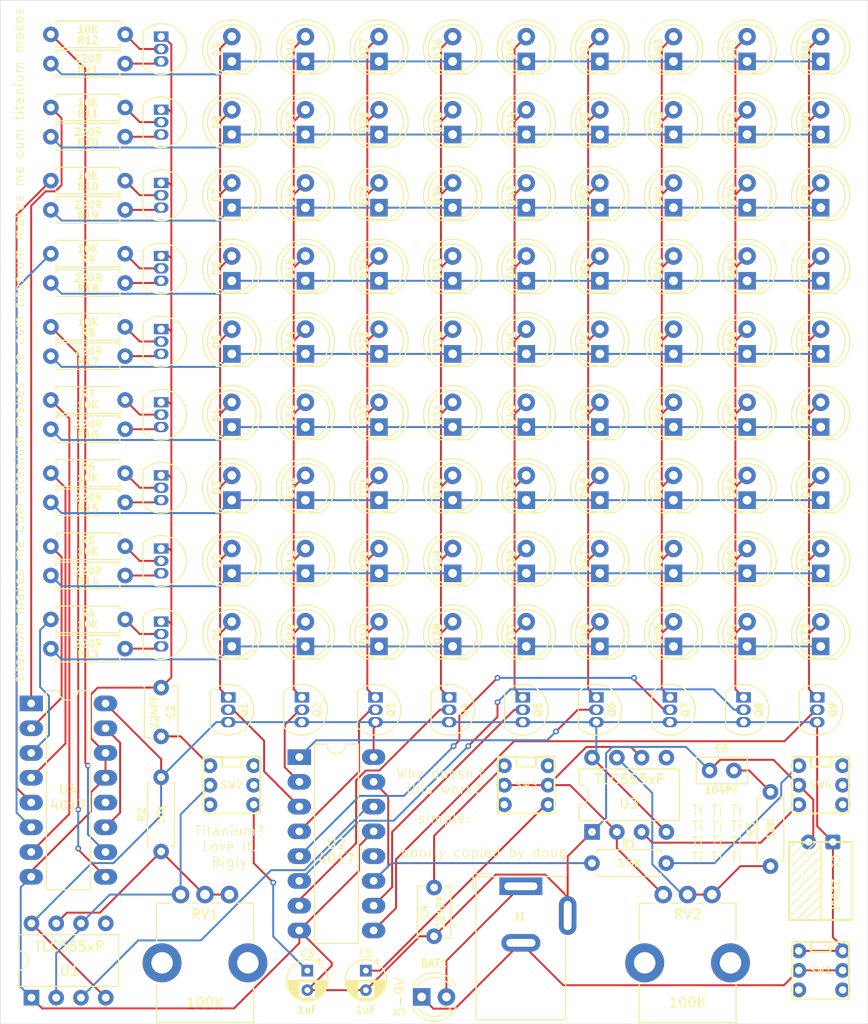
<source format=kicad_pcb>
(kicad_pcb (version 20240108) (generator "pcbnew") (generator_version "8.0")
  (title_block (title "RE LED Chaser"))
  (layers (0 "F.Cu" signal) (31 "B.Cu" signal) (36 "B.SilkS" user "B.Silkscreen") (37 "F.SilkS" user "F.Silkscreen") (38 "B.Mask" user) (39 "F.Mask" user) (44 "Edge.Cuts" user))
  (net 0 "")
  (net 1 "Net-(U3-DIS)")
  (net 2 "Net-(C6-Pad1)")
  (net 3 "Net-(Q18-E)")
  (net 4 "Net-(D18-K)")
  (net 5 "Net-(Q17-E)")
  (net 6 "Net-(D17-K)")
  (net 7 "Net-(D16-K)")
  (net 8 "Net-(Q16-E)")
  (net 9 "Net-(D15-K)")
  (net 10 "Net-(Q15-E)")
  (net 11 "Net-(U4-Q7)")
  (net 12 "Net-(Q15-B)")
  (net 13 "Net-(D14-K)")
  (net 14 "Net-(Q14-E)")
  (net 15 "Net-(Q13-E)")
  (net 16 "Net-(D13-K)")
  (net 17 "Net-(D12-K)")
  (net 18 "Net-(Q12-E)")
  (net 19 "Net-(D1-K)")
  (net 20 "Net-(Q10-E)")
  (net 21 "Net-(U4-Q4)")
  (net 22 "Net-(Q18-B)")
  (net 23 "Net-(Q17-B)")
  (net 24 "Net-(U4-Q5)")
  (net 25 "Net-(Q16-B)")
  (net 26 "Net-(U4-Q6)")
  (net 27 "Net-(Q14-B)")
  (net 28 "Net-(U4-Q8)")
  (net 29 "Net-(U4-Q3)")
  (net 30 "Net-(Q13-B)")
  (net 31 "Net-(D11-K)")
  (net 32 "Net-(Q11-E)")
  (net 33 "Net-(Q12-B)")
  (net 34 "Net-(U4-Q2)")
  (net 35 "Net-(U4-Q0)")
  (net 36 "Net-(Q10-B)")
  (net 37 "Net-(Q11-B)")
  (net 38 "Net-(U4-Q1)")
  (net 39 "Net-(U2-Q9)")
  (net 40 "Net-(R1-Pad2)")
  (net 41 "Net-(Q1-E)")
  (net 42 "Net-(U1-DIS)")
  (net 43 "Net-(U3-THR)")
  (net 44 "Net-(U1-THR)")
  (net 45 "Net-(D1-A)")
  (net 46 "Net-(Q1-B)")
  (net 47 "Net-(D73-A)")
  (net 48 "Net-(Q9-B)")
  (net 49 "Net-(Q8-B)")
  (net 50 "Net-(D64-A)")
  (net 51 "Net-(Q2-B)")
  (net 52 "Net-(D10-A)")
  (net 53 "Net-(Q4-B)")
  (net 54 "Net-(D28-A)")
  (net 55 "Net-(D37-A)")
  (net 56 "Net-(Q5-B)")
  (net 57 "Net-(Q6-B)")
  (net 58 "Net-(D46-A)")
  (net 59 "Net-(Q7-B)")
  (net 60 "Net-(D55-A)")
  (net 61 "Net-(D19-A)")
  (net 62 "Net-(Q3-B)")
  (net 64 "Net-(U1-Q)")
  (net 65 "Net-(U3-Q)")
  (net 68 "Net-(U4-Q9)")
  (net 70 "Net-(BAT1--)")
  (net 71 "Net-(BAT1-+)")
  (net 77 "Net-(C2-Pad2)")
  (net 78 "Net-(C3-Pad1)")
  (net 79 "Net-(C4-Pad2)")
  (net 82 "Net-(C5-Pad1)")
  (net 86 "Net-(Q10-C)")
  (footprint "Package_TO_SOT_THT:TO-92_Inline" (layer "F.Cu") (at 117.29 147.75 -90)
    (property "Reference" "Q5")
    (property "Value" "BC237" (hide yes))
  )
  (footprint "LED_THT:LED_D5.0mm" (layer "F.Cu") (at 125.2 127.525 90)
    (property "Reference" "D48")
    (property "Value" "LED" (hide yes))
  )
  (footprint "LED_THT:LED_D5.0mm" (layer "F.Cu") (at 147.85 112.525 90)
    (property "Reference" "D77")
    (property "Value" "LED" (hide yes))
  )
  (footprint "LED_THT:LED_D5.0mm" (layer "F.Cu") (at 110.1 105.025 90)
    (property "Reference" "D33")
    (property "Value" "LED" (hide yes))
  )
  (footprint "Resistor_THT:R_Axial_DIN0207_L6.3mm_D2.5mm_P7.62mm_Horizontal" (layer "F.Cu") (at 76.51 127.75 180)
    (property "Reference" "R15")
    (property "Value" "220R")
  )
  (footprint "Package_TO_SOT_THT:TO-92_Inline" (layer "F.Cu") (at 80.2 124.98 -90)
    (property "Reference" "Q12" (hide yes))
    (property "Value" "BC237" (hide yes))
  )
  (footprint "LED_THT:LED_D5.0mm" (layer "F.Cu") (at 132.75 142.525 90)
    (property "Reference" "D55")
    (property "Value" "LED" (hide yes))
  )
  (footprint "Resistor_THT:R_Axial_DIN0207_L6.3mm_D2.5mm_P7.62mm_Horizontal" (layer "F.Cu") (at 76.51 120.25 180)
    (property "Reference" "R16")
    (property "Value" "220R")
  )
  (footprint "LED_THT:LED_D5.0mm" (layer "F.Cu") (at 147.85 135.025 90)
    (property "Reference" "D74")
    (property "Value" "LED" (hide yes))
  )
  (footprint "Resistor_THT:R_Axial_DIN0207_L6.3mm_D2.5mm_P7.62mm_Horizontal" (layer "F.Cu") (at 76.51 109.75 180)
    (property "Reference" "R8")
    (property "Value" "10K")
  )
  (footprint "LED_THT:LED_D5.0mm" (layer "F.Cu") (at 147.85 120.025 90)
    (property "Reference" "D76")
    (property "Value" "LED" (hide yes))
  )
  (footprint "LED_THT:LED_D5.0mm" (layer "F.Cu") (at 117.65 127.525 90)
    (property "Reference" "D39")
    (property "Value" "LED" (hide yes))
  )
  (footprint "Capacitor_THT:C_Disc_D5.1mm_W3.2mm_P5.00mm" (layer "F.Cu") (at 108.2 172.25 90)
    (property "Reference" "C4")
    (property "Value" "224PF")
  )
  (footprint "Package_TO_SOT_THT:TO-92_Inline" (layer "F.Cu") (at 80.2 79.98 -90)
    (property "Reference" "Q18" (hide yes))
    (property "Value" "BC237" (hide yes))
  )
  (footprint "LED_THT:LED_D5.0mm" (layer "F.Cu") (at 132.75 127.525 90)
    (property "Reference" "D57")
    (property "Value" "LED" (hide yes))
  )
  (footprint "LED_THT:LED_D5.0mm" (layer "F.Cu") (at 140.3 142.525 90)
    (property "Reference" "D64")
    (property "Value" "LED" (hide yes))
  )
  (footprint "LED_THT:LED_D5.0mm" (layer "F.Cu") (at 140.3 127.525 90)
    (property "Reference" "D66")
    (property "Value" "LED" (hide yes))
  )
  (footprint "LED_THT:LED_D5.0mm" (layer "F.Cu") (at 87.45 127.525 90)
    (property "Reference" "D3")
    (property "Value" "LED" (hide yes))
  )
  (footprint "Package_DIP:DIP-8_W7.62mm" (layer "F.Cu") (at 66.9 178.55 90)
    (property "Reference" "U1" (hide yes))
    (property "Value" "TLC555xP")
  )
  (footprint "LED_THT:LED_D5.0mm" (layer "F.Cu") (at 117.65 105.025 90)
    (property "Reference" "D42")
    (property "Value" "LED" (hide yes))
  )
  (footprint "Package_TO_SOT_THT:TO-92_Inline" (layer "F.Cu") (at 80.2 139.98 -90)
    (property "Reference" "Q10" (hide yes))
    (property "Value" "BC237" (hide yes))
  )
  (footprint "Package_TO_SOT_THT:TO-92_Inline" (layer "F.Cu") (at 132.39 147.75 -90)
    (property "Reference" "Q7")
    (property "Value" "BC237" (hide yes))
  )
  (footprint "LED_THT:LED_D5.0mm" (layer "F.Cu") (at 87.45 82.525 90)
    (property "Reference" "D9")
    (property "Value" "LED" (hide yes))
  )
  (footprint "LED_THT:LED_D5.0mm" (layer "F.Cu") (at 87.45 97.525 90)
    (property "Reference" "D7")
    (property "Value" "LED" (hide yes))
  )
  (footprint "LED_THT:LED_D5.0mm" (layer "F.Cu") (at 95 142.525 90)
    (property "Reference" "D10")
    (property "Value" "LED" (hide yes))
  )
  (footprint "Custom:807C Push Button 5.8mm x 5.8mm DPDT Switch" (layer "F.Cu") (at 117.65 156.75)
    (property "Reference" "SW3")
    (property "Value" "~" (hide yes))
  )
  (footprint "LED_THT:LED_D5.0mm" (layer "F.Cu") (at 132.75 135.025 90)
    (property "Reference" "D56")
    (property "Value" "LED" (hide yes))
  )
  (footprint "Resistor_THT:R_Axial_DIN0207_L6.3mm_D2.5mm_P7.62mm_Horizontal" (layer "F.Cu") (at 80.2 155.94 -90)
    (property "Reference" "R2")
    (property "Value" "10K")
  )
  (footprint "LED_THT:LED_D5.0mm" (layer "F.Cu") (at 125.2 82.525 90)
    (property "Reference" "D54")
    (property "Value" "LED" (hide yes))
  )
  (footprint "LED_THT:LED_D5.0mm" (layer "F.Cu") (at 140.3 135.025 90)
    (property "Reference" "D65")
    (property "Value" "LED" (hide yes))
  )
  (footprint "Resistor_THT:R_Axial_DIN0207_L6.3mm_D2.5mm_P7.62mm_Horizontal" (layer "F.Cu") (at 76.51 90.25 180)
    (property "Reference" "R20")
    (property "Value" "220R")
  )
  (footprint "Resistor_THT:R_Axial_DIN0207_L6.3mm_D2.5mm_P7.62mm_Horizontal" (layer "F.Cu") (at 124.39 164.75)
    (property "Reference" "R1")
    (property "Value" "3.3K")
  )
  (footprint "Resistor_THT:R_Axial_DIN0207_L6.3mm_D2.5mm_P7.62mm_Horizontal" (layer "F.Cu") (at 76.51 112.75 180)
    (property "Reference" "R17")
    (property "Value" "220R")
  )
  (footprint "LED_THT:LED_D5.0mm" (layer "F.Cu") (at 132.75 97.525 90)
    (property "Reference" "D61")
    (property "Value" "LED" (hide yes))
  )
  (footprint "Package_TO_SOT_THT:TO-92_Inline" (layer "F.Cu") (at 139.94 147.75 -90)
    (property "Reference" "Q8")
    (property "Value" "BC237" (hide yes))
  )
  (footprint "Custom:CP_Radial_Horizontal" (layer "F.Cu") (at 147.85 162.581)
    (property "Reference" "C1")
    (property "Value" "220uF")
  )
  (footprint "LED_THT:LED_D5.0mm" (layer "F.Cu") (at 95 135.025 90)
    (property "Reference" "D11")
    (property "Value" "LED" (hide yes))
  )
  (footprint "LED_THT:LED_D5.0mm" (layer "F.Cu") (at 132.75 90.025 90)
    (property "Reference" "D62")
    (property "Value" "LED" (hide yes))
  )
  (footprint "Custom:807C Push Button 5.8mm x 5.8mm DPDT Switch" (layer "F.Cu") (at 147.85 156.75)
    (property "Reference" "SW4")
    (property "Value" "~" (hide yes))
  )
  (footprint "Package_DIP:DIP-8_W7.62mm" (layer "F.Cu") (at 124.4 161.55 90)
    (property "Reference" "U3" (hide yes))
    (property "Value" "TLC555xP")
  )
  (footprint "LED_THT:LED_D5.0mm" (layer "F.Cu") (at 125.2 112.525 90)
    (property "Reference" "D50")
    (property "Value" "LED" (hide yes))
  )
  (footprint "LED_THT:LED_D5.0mm" (layer "F.Cu") (at 147.85 127.525 90)
    (property "Reference" "D75")
    (property "Value" "LED" (hide yes))
  )
  (footprint "Package_TO_SOT_THT:TO-92_Inline" (layer "F.Cu") (at 147.49 147.75 -90)
    (property "Reference" "Q9")
    (property "Value" "BC237" (hide yes))
  )
  (footprint "Package_TO_SOT_THT:TO-92_Inline" (layer "F.Cu") (at 80.2 132.48 -90)
    (property "Reference" "Q11" (hide yes))
    (property "Value" "BC237" (hide yes))
  )
  (footprint "LED_THT:LED_D5.0mm" (layer "F.Cu") (at 147.85 82.525 90)
    (property "Reference" "D81")
    (property "Value" "LED" (hide yes))
  )
  (footprint "LED_THT:LED_D5.0mm" (layer "F.Cu") (at 102.55 120.025 90)
    (property "Reference" "D22")
    (property "Value" "LED" (hide yes))
  )
  (footprint "LED_THT:LED_D5.0mm" (layer "F.Cu") (at 95 127.525 90)
    (property "Reference" "D12")
    (property "Value" "LED" (hide yes))
  )
  (footprint "LED_THT:LED_D5.0mm" (layer "F.Cu") (at 140.3 82.525 90)
    (property "Reference" "D72")
    (property "Value" "LED" (hide yes))
  )
  (footprint "LED_THT:LED_D5.0mm" (layer "F.Cu") (at 110.1 120.025 90)
    (property "Reference" "D31")
    (property "Value" "LED" (hide yes))
  )
  (footprint "Package_DIP:DIP-16_W7.62mm_LongPads" (layer "F.Cu") (at 66.875 148.375)
    (property "Reference" "U4" (hide yes))
    (property "Value" "4017")
  )
  (footprint "LED_THT:LED_D5.0mm" (layer "F.Cu") (at 125.2 105.025 90)
    (property "Reference" "D51")
    (property "Value" "LED" (hide yes))
  )
  (footprint "LED_THT:LED_D5.0mm" (layer "F.Cu") (at 147.85 97.525 90)
    (property "Reference" "D79")
    (property "Value" "LED" (hide yes))
  )
  (footprint "LED_THT:LED_D5.0mm" (layer "F.Cu") (at 117.65 142.525 90)
    (property "Reference" "D37")
    (property "Value" "LED" (hide yes))
  )
  (footprint "Package_TO_SOT_THT:TO-92_Inline" (layer "F.Cu") (at 80.2 94.98 -90)
    (property "Reference" "Q16" (hide yes))
    (property "Value" "BC237" (hide yes))
  )
  (footprint "Capacitor_THT:CP_Radial_D4.0mm_P2.00mm" (layer "F.Cu") (at 101.2 175.777401 -90)
    (property "Reference" "C5")
    (property "Value" "1uF")
  )
  (footprint "Resistor_THT:R_Axial_DIN0207_L6.3mm_D2.5mm_P7.62mm_Horizontal" (layer "F.Cu") (at 76.51 87.25 180)
    (property "Reference" "R11")
    (property "Value" "10K")
  )
  (footprint "LED_THT:LED_D5.0mm" (layer "F.Cu") (at 87.45 90.025 90)
    (property "Reference" "D8")
    (property "Value" "LED" (hide yes))
  )
  (footprint "LED_THT:LED_D5.0mm" (layer "F.Cu") (at 87.45 142.525 90)
    (property "Reference" "D1")
    (property "Value" "LED" (hide yes))
  )
  (footprint "Potentiometer_THT:Potentiometer_Bourns_PTV09A-1_Single_Vertical" (layer "F.Cu") (at 131.7 167.975 -90)
    (property "Reference" "RV2" (hide yes))
    (property "Value" "100K")
  )
  (footprint "LED_THT:LED_D5.0mm" (layer "F.Cu") (at 132.75 105.025 90)
    (property "Reference" "D60")
    (property "Value" "LED" (hide yes))
  )
  (footprint "Package_TO_SOT_THT:TO-92_Inline" (layer "F.Cu") (at 80.2 102.48 -90)
    (property "Reference" "Q15" (hide yes))
    (property "Value" "BC237" (hide yes))
  )
  (footprint "LED_THT:LED_D5.0mm" (layer "F.Cu") (at 110.1 135.025 90)
    (property "Reference" "D29")
    (property "Value" "LED" (hide yes))
  )
  (footprint "LED_THT:LED_D5.0mm" (layer "F.Cu") (at 102.55 127.525 90)
    (property "Reference" "D21")
    (property "Value" "LED" (hide yes))
  )
  (footprint "LED_THT:LED_D5.0mm" (layer "F.Cu") (at 117.65 120.025 90)
    (property "Reference" "D40")
    (property "Value" "LED" (hide yes))
  )
  (footprint "LED_THT:LED_D5.0mm" (layer "F.Cu") (at 140.3 120.025 90)
    (property "Reference" "D67")
    (property "Value" "LED" (hide yes))
  )
  (footprint "Package_TO_SOT_THT:TO-92_Inline" (layer "F.Cu") (at 80.2 117.48 -90)
    (property "Reference" "Q13" (hide yes))
    (property "Value" "BC237" (hide yes))
  )
  (footprint "Resistor_THT:R_Axial_DIN0207_L6.3mm_D2.5mm_P7.62mm_Horizontal" (layer "F.Cu") (at 76.51 82.75 180)
    (property "Reference" "R21")
    (property "Value" "220R")
  )
  (footprint "LED_THT:LED_D5.0mm" (layer "F.Cu") (at 117.65 90.025 90)
    (property "Reference" "D44")
    (property "Value" "LED" (hide yes))
  )
  (footprint "LED_THT:LED_D5.0mm" (layer "F.Cu") (at 140.3 112.525 90)
    (property "Reference" "D68")
    (property "Value" "LED" (hide yes))
  )
  (footprint "Package_TO_SOT_THT:TO-92_Inline" (layer "F.Cu") (at 124.84 147.75 -90)
    (property "Reference" "Q6")
    (property "Value" "BC237" (hide yes))
  )
  (footprint "LED_THT:LED_D5.0mm" (layer "F.Cu") (at 117.65 135.025 90)
    (property "Reference" "D38")
    (property "Value" "LED" (hide yes))
  )
  (footprint "LED_THT:LED_D5.0mm" (layer "F.Cu") (at 87.45 135.025 90)
    (property "Reference" "D2")
    (property "Value" "LED" (hide yes))
  )
  (footprint "LED_THT:LED_D5.0mm" (layer "F.Cu") (at 140.3 105.025 90)
    (property "Reference" "D69")
    (property "Value" "LED" (hide yes))
  )
  (footprint "LED_THT:LED_D5.0mm" (layer "F.Cu") (at 102.55 97.525 90)
    (property "Reference" "D25")
    (property "Value" "LED" (hide yes))
  )
  (footprint "LED_THT:LED_D5.0mm" (layer "F.Cu") (at 95 105.025 90)
    (property "Reference" "D15")
    (property "Value" "LED" (hide yes))
  )
  (footprint "LED_THT:LED_D5.0mm" (layer "F.Cu") (at 110.1 127.525 90)
    (property "Reference" "D30")
    (property "Value" "LED" (hide yes))
  )
  (footprint "LED_THT:LED_D5.0mm" (layer "F.Cu") (at 110.1 97.525 90)
    (property "Reference" "D34")
    (property "Value" "LED" (hide yes))
  )
  (footprint "Package_DIP:DIP-16_W7.62mm_LongPads" (layer "F.Cu") (at 94.375 153.875)
    (property "Reference" "U2" (hide yes))
    (property "Value" "4017")
  )
  (footprint "Potentiometer_THT:Potentiometer_Bourns_PTV09A-1_Single_Vertical" (layer "F.Cu") (at 82.2 167.975 -90)
    (property "Reference" "RV1" (hide yes))
    (property "Value" "100K")
  )
  (footprint "LED_THT:LED_D5.0mm" (layer "F.Cu") (at 102.55 82.525 90)
    (property "Reference" "D27")
    (property "Value" "LED" (hide yes))
  )
  (footprint "Resistor_THT:R_Axial_DIN0207_L6.3mm_D2.5mm_P7.62mm_Horizontal" (layer "F.Cu") (at 68.89 132.25)
    (property "Reference" "R5")
    (property "Value" "10K")
  )
  (footprint "LED_THT:LED_D5.0mm" (layer "F.Cu") (at 140.3 97.525 90)
    (property "Reference" "D70")
    (property "Value" "LED" (hide yes))
  )
  (footprint "LED_THT:LED_D5.0mm" (layer "F.Cu") (at 87.45 112.525 90)
    (property "Reference" "D5")
    (property "Value" "LED" (hide yes))
  )
  (footprint "LED_THT:LED_D5.0mm" (layer "F.Cu") (at 147.85 142.525 90)
    (property "Reference" "D73")
    (property "Value" "LED" (hide yes))
  )
  (footprint "Package_TO_SOT_THT:TO-92_Inline" (layer "F.Cu") (at 80.2 87.48 -90)
    (property "Reference" "Q17" (hide yes))
    (property "Value" "BC237" (hide yes))
  )
  (footprint "LED_THT:LED_D5.0mm" (layer "F.Cu") (at 95 82.525 90)
    (property "Reference" "D18")
    (property "Value" "LED" (hide yes))
  )
  (footprint "LED_THT:LED_D5.0mm" (layer "F.Cu") (at 125.2 135.025 90)
    (property "Reference" "D47")
    (property "Value" "LED" (hide yes))
  )
  (footprint "LED_THT:LED_D5.0mm" (layer "F.Cu") (at 147.85 90.025 90)
    (property "Reference" "D80")
    (property "Value" "LED" (hide yes))
  )
  (footprint "Resistor_THT:R_Axial_DIN0207_L6.3mm_D2.5mm_P7.62mm_Horizontal" (layer "F.Cu") (at 76.51 135.25 180)
    (property "Reference" "R14")
    (property "Value" "220R")
  )
  (footprint "LED_THT:LED_D5.0mm" (layer "F.Cu") (at 87.45 120.025 90)
    (property "Reference" "D4")
    (property "Value" "LED" (hide yes))
  )
  (footprint "LED_THT:LED_D5.0mm" (layer "F.Cu") (at 110.1 90.025 90)
    (property "Reference" "D35")
    (property "Value" "LED" (hide yes))
  )
  (footprint "LED_THT:LED_D5.0mm" (layer "F.Cu") (at 117.65 97.525 90)
    (property "Reference" "D43")
    (property "Value" "LED" (hide yes))
  )
  (footprint "Resistor_THT:R_Axial_DIN0207_L6.3mm_D2.5mm_P7.62mm_Horizontal" (layer "F.Cu") (at 76.51 94.75 180)
    (property "Reference" "R10")
    (property "Value" "10K")
  )
  (footprint "LED_THT:LED_D5.0mm" (layer "F.Cu") (at 102.55 105.025 90)
    (property "Reference" "D24")
    (property "Value" "LED" (hide yes))
  )
  (footprint "Package_TO_SOT_THT:TO-92_Inline" (layer "F.Cu") (at 109.74 147.75 -90)
    (property "Reference" "Q4")
    (property "Value" "BC237" (hide yes))
  )
  (footprint "LED_THT:LED_D5.0mm" (layer "F.Cu") (at 95 120.025 90)
    (property "Reference" "D13")
    (property "Value" "LED" (hide yes))
  )
  (footprint "LED_THT:LED_D5.0mm" (layer "F.Cu") (at 110.1 82.525 90)
    (property "Reference" "D36")
    (property "Value" "LED" (hide yes))
  )
  (footprint "LED_THT:LED_D5.0mm" (layer "F.Cu") (at 140.3 90.025 90)
    (property "Reference" "D71")
    (property "Value" "LED" (hide yes))
  )
  (footprint "LED_THT:LED_D5.0mm" (layer "F.Cu") (at 132.75 120.025 90)
    (property "Reference" "D58")
    (property "Value" "LED" (hide yes))
  )
  (footprint "LED_THT:LED_D5.0mm" (layer "F.Cu") (at 125.2 142.525 90)
    (property "Reference" "D46")
    (property "Value" "LED" (hide yes))
  )
  (footprint "LED_THT:LED_D5.0mm" (layer "F.Cu") (at 102.55 135.025 90)
    (property "Reference" "D20")
    (property "Value" "LED" (hide yes))
  )
  (footprint "Capacitor_THT:CP_Radial_D4.0mm_P2.00mm" (layer "F.Cu") (at 95.2 175.777401 -90)
    (property "Reference" "C3")
    (property "Value" "1uF")
  )
  (footprint "Resistor_THT:R_Axial_DIN0207_L6.3mm_D2.5mm_P7.62mm_Horizontal" (layer "F.Cu") (at 76.51 79.75 180)
    (property "Reference" "R12")
    (property "Value" "10K")
  )
  (footprint "LED_THT:LED_D5.0mm" (layer "F.Cu") (at 95 112.525 90)
    (property "Reference" "D14")
    (property "Value" "LED" (hide yes))
  )
  (footprint "Connector_BarrelJack:BarrelJack_Wuerth_6941xx301002" (layer "F.Cu") (at 117.1 167.125)
    (property "Reference" "J1")
    (property "Value" "Custom Barrel Jack" (hide yes))
  )
  (footprint "LED_THT:LED_D5.0mm" (layer "F.Cu") (at 132.75 112.525 90)
    (property "Reference" "D59")
    (property "Value" "LED" (hide yes))
  )
  (footprint "LED_THT:LED_D5.0mm" (layer "F.Cu") (at 117.65 82.525 90)
    (property "Reference" "D45")
    (property "Value" "LED" (hide yes))
  )
  (footprint "Custom:807C Push Button 5.8mm x 5.8mm DPDT Switch" (layer "F.Cu") (at 147.85 175.75)
    (property "Reference" "SW1")
    (property "Value" "~" (hide yes))
  )
  (footprint "LED_THT:LED_D5.0mm" (layer "F.Cu") (at 117.65 112.525 90)
    (property "Reference" "D41")
    (property "Value" "LED" (hide yes))
  )
  (footprint "Resistor_THT:R_Axial_DIN0207_L6.3mm_D2.5mm_P7.62mm_Horizontal" (layer "F.Cu") (at 76.51 142.75 180)
    (property "Reference" "R13")
    (property "Value" "220R")
  )
  (footprint "Resistor_THT:R_Axial_DIN0207_L6.3mm_D2.5mm_P7.62mm_Horizontal" (layer "F.Cu") (at 68.89 139.75)
    (property "Reference" "R4")
    (property "Value" "10K")
  )
  (footprint "Resistor_THT:R_Axial_DIN0207_L6.3mm_D2.5mm_P7.62mm_Horizontal" (layer "F.Cu") (at 76.51 102.25 180)
    (property "Reference" "R9")
    (property "Value" "10K")
  )
  (footprint "LED_THT:LED_D5.0mm" (layer "F.Cu") (at 102.55 90.025 90)
    (property "Reference" "D26")
    (property "Value" "LED" (hide yes))
  )
  (footprint "LED_THT:LED_D5.0mm" (layer "F.Cu") (at 132.75 82.525 90)
    (property "Reference" "D63")
    (property "Value" "LED" (hide yes))
  )
  (footprint "Capacitor_THT:C_Disc_D5.0mm_W2.5mm_P2.50mm" (layer "F.Cu") (at 138.95 155.25 180)
    (property "Reference" "C6")
    (property "Value" "104PF")
  )
  (footprint "Package_TO_SOT_THT:TO-92_Inline" (layer "F.Cu") (at 102.19 147.75 -90)
    (property "Reference" "Q3")
    (property "Value" "BC237" (hide yes))
  )
  (footprint "Package_TO_SOT_THT:TO-92_Inline" (layer "F.Cu") (at 94.64 147.75 -90)
    (property "Reference" "Q2")
    (property "Value" "BC237" (hide yes))
  )
  (footprint "Resistor_THT:R_Axial_DIN0207_L6.3mm_D2.5mm_P7.62mm_Horizontal" (layer "F.Cu") (at 76.51 97.75 180)
    (property "Reference" "R19")
    (property "Value" "220R")
  )
  (footprint "LED_THT:LED_D5.0mm" (layer "F.Cu") (at 87.45 105.025 90)
    (property "Reference" "D6")
    (property "Value" "LED" (hide yes))
  )
  (footprint "LED_THT:LED_D5.0mm" (layer "F.Cu") (at 125.2 97.525 90)
    (property "Reference" "D52")
    (property "Value" "LED" (hide yes))
  )
  (footprint "LED_THT:LED_D5.0mm" (layer "F.Cu") (at 147.85 105.025 90)
    (property "Reference" "D78")
    (property "Value" "LED" (hide yes))
  )
  (footprint "Resistor_THT:R_Axial_DIN0207_L6.3mm_D2.5mm_P7.62mm_Horizontal" (layer "F.Cu") (at 142.7 165.06 90)
    (property "Reference" "R3")
    (property "Value" "10K")
  )
  (footprint "LED_THT:LED_D5.0mm" (layer "F.Cu") (at 102.55 112.525 90)
    (property "Reference" "D23")
    (property "Value" "LED" (hide yes))
  )
  (footprint "LED_THT:LED_D5.0mm" (layer "F.Cu") (at 95 97.525 90)
    (property "Reference" "D16")
    (property "Value" "LED" (hide yes))
  )
  (footprint "LED_THT:LED_D5.0mm" (layer "F.Cu") (at 102.55 142.525 90)
    (property "Reference" "D19")
    (property "Value" "LED" (hide yes))
  )
  (footprint "LED_THT:LED_D5.0mm" (layer "F.Cu") (at 125.2 90.025 90)
    (property "Reference" "D53")
    (property "Value" "LED" (hide yes))
  )
  (footprint "LED_THT:LED_D5.0mm" (layer "F.Cu") (at 110.1 112.525 90)
    (property "Reference" "D32")
    (property "Value" "LED" (hide yes))
  )
  (footprint "Package_TO_SOT_THT:TO-92_Inline" (layer "F.Cu") (at 80.2 109.98 -90)
    (property "Reference" "Q14" (hide yes))
    (property "Value" "BC237" (hide yes))
  )
  (footprint "Capacitor_THT:C_Disc_D5.1mm_W3.2mm_P5.00mm" (layer "F.Cu") (at 80.2 146.75 -90)
    (property "Reference" "C2")
    (property "Value" "224PF")
  )
  (footprint "Package_TO_SOT_THT:TO-92_Inline" (layer "F.Cu") (at 87.09 147.75 -90)
    (property "Reference" "Q1")
    (property "Value" "BC237" (hide yes))
  )
  (footprint "Resistor_THT:R_Axial_DIN0207_L6.3mm_D2.5mm_P7.62mm_Horizontal" (layer "F.Cu") (at 68.89 117.25)
    (property "Reference" "R7")
    (property "Value" "10K")
  )
  (footprint "Resistor_THT:R_Axial_DIN0207_L6.3mm_D2.5mm_P7.62mm_Horizontal" (layer "F.Cu") (at 76.51 105.25 180)
    (property "Reference" "R18")
    (property "Value" "220R")
  )
  (footprint "Resistor_THT:R_Axial_DIN0207_L6.3mm_D2.5mm_P7.62mm_Horizontal" (layer "F.Cu") (at 68.89 124.75)
    (property "Reference" "R6")
    (property "Value" "10K")
  )
  (footprint "LED_THT:LED_D5.0mm" (layer "F.Cu") (at 125.2 120.025 90)
    (property "Reference" "D49")
    (property "Value" "LED" (hide yes))
  )
  (footprint "LED_THT:LED_D4.0mm" (layer "F.Cu") (at 106.925 178.475)
    (property "Reference" "BAT1")
    (property "Value" "5-9V")
  )
  (footprint "LED_THT:LED_D5.0mm" (layer "F.Cu") (at 95 90.025 90)
    (property "Reference" "D17")
    (property "Value" "LED" (hide yes))
  )
  (footprint "Custom:807C Push Button 5.8mm x 5.8mm DPDT Switch" (layer "F.Cu") (at 87.45 156.75)
    (property "Reference" "SW2")
    (property "Value" "~" (hide yes))
  )
  (footprint "LED_THT:LED_D5.0mm" (layer "F.Cu") (at 110.1 142.525 90)
    (property "Reference" "D28")
    (property "Value" "LED" (hide yes))
  )
  (gr_rect (start 63.7 76.25) (end 152.7 181.25) (stroke (width 0.05)) (fill none) (layer "Edge.Cuts"))
  (gr_text "titanium makes me cum titanium makes me cum titanium makes me cum titanium makes" (at 66.2 146.25 90) (layer "F.SilkS") (effects (font (size 1 1) (thickness 0.1)) (justify left bottom)))
  (gr_text "Titanium?\nLove it.\nBigly" (at 87.2 165.25 0) (layer "F.SilkS") (effects (font (size 1 1) (thickness 0.1)) (justify bottom)))
  (gr_text "poorly copied by doug." (at 104.7 164.25 0) (layer "F.SilkS") (effects (font (size 1 1) (thickness 0.1)) (justify left bottom)))
  (gr_text "Ti Ti Ti\nTi Ti Ti\nTi Ti Ti\nTi Ti Ti" (at 137.2 164.75 0) (layer "F.SilkS") (effects (font (size 1 1) (thickness 0.1)) (justify bottom)))
  (gr_text "simple:" (at 109.2 160.75 0) (layer "F.SilkS") (effects (font (size 1 1) (thickness 0.1)) (justify bottom)))
  (gr_text "Why doesn't \nthis work?" (at 109.2 157.75 0) (layer "F.SilkS") (effects (font (size 1 1) (thickness 0.1)) (justify bottom)))
  (segment (start 136.7 167.975) (end 139.615 165.06) (width 0.2) (layer "F.Cu") (net 1))
  (segment (start 136.7 167.975) (end 134.2 167.975) (width 0.2) (layer "F.Cu") (net 1))
  (segment (start 139.615 165.06) (end 142.7 165.06) (width 0.2) (layer "F.Cu") (net 1))
  (segment (start 130.58 157.57) (end 130.58 164.875635) (width 0.2) (layer "B.Cu") (net 1))
  (segment (start 130.58 164.875635) (end 133.679365 167.975) (width 0.2) (layer "B.Cu") (net 1))
  (segment (start 126.94 153.93) (end 130.58 157.57) (width 0.2) (layer "B.Cu") (net 1))
  (segment (start 133.679365 167.975) (end 134.2 167.975) (width 0.2) (layer "B.Cu") (net 1))
  (segment (start 140.51 155.25) (end 142.7 157.44) (width 0.2) (layer "F.Cu") (net 2))
  (segment (start 138.95 155.25) (end 140.51 155.25) (width 0.2) (layer "F.Cu") (net 2))
  (segment (start 76.51 82.75) (end 79.97 82.75) (width 0.2) (layer "F.Cu") (net 3))
  (segment (start 79.97 82.75) (end 80.2 82.52) (width 0.2) (layer "F.Cu") (net 3))
  (segment (start 87.45 82.525) (end 95 82.525) (width 0.2) (layer "B.Cu") (net 4))
  (segment (start 125.2 82.525) (end 132.75 82.525) (width 0.2) (layer "B.Cu") (net 4))
  (segment (start 69.99 83.85) (end 86.125 83.85) (width 0.2) (layer "B.Cu") (net 4))
  (segment (start 110.1 82.525) (end 117.65 82.525) (width 0.2) (layer "B.Cu") (net 4))
  (segment (start 68.89 82.75) (end 69.99 83.85) (width 0.2) (layer "B.Cu") (net 4))
  (segment (start 95 82.525) (end 102.55 82.525) (width 0.2) (layer "B.Cu") (net 4))
  (segment (start 102.55 82.525) (end 110.1 82.525) (width 0.2) (layer "B.Cu") (net 4))
  (segment (start 86.125 83.85) (end 87.45 82.525) (width 0.2) (layer "B.Cu") (net 4))
  (segment (start 140.3 82.525) (end 147.85 82.525) (width 0.2) (layer "B.Cu") (net 4))
  (segment (start 117.65 82.525) (end 125.2 82.525) (width 0.2) (layer "B.Cu") (net 4))
  (segment (start 132.75 82.525) (end 140.3 82.525) (width 0.2) (layer "B.Cu") (net 4))
  (segment (start 79.97 90.25) (end 80.2 90.02) (width 0.2) (layer "F.Cu") (net 5))
  (segment (start 76.51 90.25) (end 79.97 90.25) (width 0.2) (layer "F.Cu") (net 5))
  (segment (start 68.89 90.25) (end 69.99 91.35) (width 0.2) (layer "B.Cu") (net 6))
  (segment (start 69.99 91.35) (end 86.125 91.35) (width 0.2) (layer "B.Cu") (net 6))
  (segment (start 95 90.025) (end 102.55 90.025) (width 0.2) (layer "B.Cu") (net 6))
  (segment (start 102.55 90.025) (end 110.1 90.025) (width 0.2) (layer "B.Cu") (net 6))
  (segment (start 86.125 91.35) (end 87.45 90.025) (width 0.2) (layer "B.Cu") (net 6))
  (segment (start 125.2 90.025) (end 132.75 90.025) (width 0.2) (layer "B.Cu") (net 6))
  (segment (start 140.3 90.025) (end 147.85 90.025) (width 0.2) (layer "B.Cu") (net 6))
  (segment (start 87.45 90.025) (end 95 90.025) (width 0.2) (layer "B.Cu") (net 6))
  (segment (start 132.75 90.025) (end 140.3 90.025) (width 0.2) (layer "B.Cu") (net 6))
  (segment (start 117.65 90.025) (end 125.2 90.025) (width 0.2) (layer "B.Cu") (net 6))
  (segment (start 110.1 90.025) (end 117.65 90.025) (width 0.2) (layer "B.Cu") (net 6))
  (segment (start 68.89 97.75) (end 69.99 98.85) (width 0.2) (layer "B.Cu") (net 7))
  (segment (start 102.55 97.525) (end 110.1 97.525) (width 0.2) (layer "B.Cu") (net 7))
  (segment (start 132.75 97.525) (end 140.3 97.525) (width 0.2) (layer "B.Cu") (net 7))
  (segment (start 140.3 97.525) (end 147.85 97.525) (width 0.2) (layer "B.Cu") (net 7))
  (segment (start 87.45 97.525) (end 95 97.525) (width 0.2) (layer "B.Cu") (net 7))
  (segment (start 110.1 97.525) (end 117.65 97.525) (width 0.2) (layer "B.Cu") (net 7))
  (segment (start 117.65 97.525) (end 125.2 97.525) (width 0.2) (layer "B.Cu") (net 7))
  (segment (start 86.125 98.85) (end 87.45 97.525) (width 0.2) (layer "B.Cu") (net 7))
  (segment (start 125.2 97.525) (end 132.75 97.525) (width 0.2) (layer "B.Cu") (net 7))
  (segment (start 69.99 98.85) (end 86.125 98.85) (width 0.2) (layer "B.Cu") (net 7))
  (segment (start 95 97.525) (end 102.55 97.525) (width 0.2) (layer "B.Cu") (net 7))
  (segment (start 79.97 97.75) (end 80.2 97.52) (width 0.2) (layer "F.Cu") (net 8))
  (segment (start 76.51 97.75) (end 79.97 97.75) (width 0.2) (layer "F.Cu") (net 8))
  (segment (start 125.2 105.025) (end 132.75 105.025) (width 0.2) (layer "B.Cu") (net 9))
  (segment (start 140.3 105.025) (end 147.85 105.025) (width 0.2) (layer "B.Cu") (net 9))
  (segment (start 102.55 105.025) (end 110.1 105.025) (width 0.2) (layer "B.Cu") (net 9))
  (segment (start 132.75 105.025) (end 140.3 105.025) (width 0.2) (layer "B.Cu") (net 9))
  (segment (start 117.65 105.025) (end 125.2 105.025) (width 0.2) (layer "B.Cu") (net 9))
  (segment (start 68.89 105.25) (end 69.99 106.35) (width 0.2) (layer "B.Cu") (net 9))
  (segment (start 95 105.025) (end 102.55 105.025) (width 0.2) (layer "B.Cu") (net 9))
  (segment (start 86.125 106.35) (end 87.45 105.025) (width 0.2) (layer "B.Cu") (net 9))
  (segment (start 69.99 106.35) (end 86.125 106.35) (width 0.2) (layer "B.Cu") (net 9))
  (segment (start 110.1 105.025) (end 117.65 105.025) (width 0.2) (layer "B.Cu") (net 9))
  (segment (start 87.45 105.025) (end 95 105.025) (width 0.2) (layer "B.Cu") (net 9))
  (segment (start 79.97 105.25) (end 80.2 105.02) (width 0.2) (layer "F.Cu") (net 10))
  (segment (start 76.51 105.25) (end 79.97 105.25) (width 0.2) (layer "F.Cu") (net 10))
  (segment (start 68.89 102.25) (end 65.375 105.765) (width 0.2) (layer "B.Cu") (net 11))
  (segment (start 65.375 105.765) (end 65.375 159.575) (width 0.2) (layer "B.Cu") (net 11))
  (segment (start 65.375 159.575) (end 66.875 161.075) (width 0.2) (layer "B.Cu") (net 11))
  (segment (start 78.01 103.75) (end 80.2 103.75) (width 0.2) (layer "F.Cu") (net 12))
  (segment (start 76.51 102.25) (end 78.01 103.75) (width 0.2) (layer "F.Cu") (net 12))
  (segment (start 102.55 112.525) (end 110.1 112.525) (width 0.2) (layer "B.Cu") (net 13))
  (segment (start 68.89 112.75) (end 69.99 113.85) (width 0.2) (layer "B.Cu") (net 13))
  (segment (start 132.75 112.525) (end 140.3 112.525) (width 0.2) (layer "B.Cu") (net 13))
  (segment (start 140.3 112.525) (end 147.85 112.525) (width 0.2) (layer "B.Cu") (net 13))
  (segment (start 86.125 113.85) (end 87.45 112.525) (width 0.2) (layer "B.Cu") (net 13))
  (segment (start 110.1 112.525) (end 117.65 112.525) (width 0.2) (layer "B.Cu") (net 13))
  (segment (start 87.45 112.525) (end 95 112.525) (width 0.2) (layer "B.Cu") (net 13))
  (segment (start 69.99 113.85) (end 86.125 113.85) (width 0.2) (layer "B.Cu") (net 13))
  (segment (start 125.2 112.525) (end 132.75 112.525) (width 0.2) (layer "B.Cu") (net 13))
  (segment (start 95 112.525) (end 102.55 112.525) (width 0.2) (layer "B.Cu") (net 13))
  (segment (start 117.65 112.525) (end 125.2 112.525) (width 0.2) (layer "B.Cu") (net 13))
  (segment (start 76.51 112.75) (end 79.97 112.75) (width 0.2) (layer "F.Cu") (net 14))
  (segment (start 79.97 112.75) (end 80.2 112.52) (width 0.2) (layer "F.Cu") (net 14))
  (segment (start 76.51 120.25) (end 79.97 120.25) (width 0.2) (layer "F.Cu") (net 15))
  (segment (start 79.97 120.25) (end 80.2 120.02) (width 0.2) (layer "F.Cu") (net 15))
  (segment (start 69.99 121.35) (end 86.125 121.35) (width 0.2) (layer "B.Cu") (net 16))
  (segment (start 117.65 120.025) (end 125.2 120.025) (width 0.2) (layer "B.Cu") (net 16))
  (segment (start 95 120.025) (end 102.55 120.025) (width 0.2) (layer "B.Cu") (net 16))
  (segment (start 140.3 120.025) (end 147.85 120.025) (width 0.2) (layer "B.Cu") (net 16))
  (segment (start 110.1 120.025) (end 117.65 120.025) (width 0.2) (layer "B.Cu") (net 16))
  (segment (start 102.55 120.025) (end 110.1 120.025) (width 0.2) (layer "B.Cu") (net 16))
  (segment (start 87.45 120.025) (end 95 120.025) (width 0.2) (layer "B.Cu") (net 16))
  (segment (start 68.89 120.25) (end 69.99 121.35) (width 0.2) (layer "B.Cu") (net 16))
  (segment (start 86.125 121.35) (end 87.45 120.025) (width 0.2) (layer "B.Cu") (net 16))
  (segment (start 125.2 120.025) (end 132.75 120.025) (width 0.2) (layer "B.Cu") (net 16))
  (segment (start 132.75 120.025) (end 140.3 120.025) (width 0.2) (layer "B.Cu") (net 16))
  (segment (start 95 127.525) (end 102.55 127.525) (width 0.2) (layer "B.Cu") (net 17))
  (segment (start 132.75 127.525) (end 140.3 127.525) (width 0.2) (layer "B.Cu") (net 17))
  (segment (start 86.125 128.85) (end 87.45 127.525) (width 0.2) (layer "B.Cu") (net 17))
  (segment (start 69.99 128.85) (end 86.125 128.85) (width 0.2) (layer "B.Cu") (net 17))
  (segment (start 125.2 127.525) (end 132.75 127.525) (width 0.2) (layer "B.Cu") (net 17))
  (segment (start 140.3 127.525) (end 147.85 127.525) (width 0.2) (layer "B.Cu") (net 17))
  (segment (start 68.89 127.75) (end 69.99 128.85) (width 0.2) (layer "B.Cu") (net 17))
  (segment (start 117.65 127.525) (end 125.2 127.525) (width 0.2) (layer "B.Cu") (net 17))
  (segment (start 110.1 127.525) (end 117.65 127.525) (width 0.2) (layer "B.Cu") (net 17))
  (segment (start 87.45 127.525) (end 95 127.525) (width 0.2) (layer "B.Cu") (net 17))
  (segment (start 102.55 127.525) (end 110.1 127.525) (width 0.2) (layer "B.Cu") (net 17))
  (segment (start 79.97 127.75) (end 80.2 127.52) (width 0.2) (layer "F.Cu") (net 18))
  (segment (start 76.51 127.75) (end 79.97 127.75) (width 0.2) (layer "F.Cu") (net 18))
  (segment (start 95 142.525) (end 102.55 142.525) (width 0.2) (layer "B.Cu") (net 19))
  (segment (start 125.2 142.525) (end 132.75 142.525) (width 0.2) (layer "B.Cu") (net 19))
  (segment (start 132.75 142.525) (end 140.3 142.525) (width 0.2) (layer "B.Cu") (net 19))
  (segment (start 69.99 143.85) (end 86.125 143.85) (width 0.2) (layer "B.Cu") (net 19))
  (segment (start 87.45 142.525) (end 95 142.525) (width 0.2) (layer "B.Cu") (net 19))
  (segment (start 102.55 142.525) (end 110.1 142.525) (width 0.2) (layer "B.Cu") (net 19))
  (segment (start 140.3 142.525) (end 147.85 142.525) (width 0.2) (layer "B.Cu") (net 19))
  (segment (start 117.65 142.525) (end 125.2 142.525) (width 0.2) (layer "B.Cu") (net 19))
  (segment (start 68.89 142.75) (end 69.99 143.85) (width 0.2) (layer "B.Cu") (net 19))
  (segment (start 86.125 143.85) (end 87.45 142.525) (width 0.2) (layer "B.Cu") (net 19))
  (segment (start 110.1 142.525) (end 117.65 142.525) (width 0.2) (layer "B.Cu") (net 19))
  (segment (start 76.51 142.75) (end 79.97 142.75) (width 0.2) (layer "F.Cu") (net 20))
  (segment (start 79.97 142.75) (end 80.2 142.52) (width 0.2) (layer "F.Cu") (net 20))
  (segment (start 68.89 79.75) (end 72.424315 83.284315) (width 0.2) (layer "F.Cu") (net 21))
  (segment (start 72.424315 83.284315) (end 72.424315 154.474315) (width 0.2) (layer "F.Cu") (net 21))
  (segment (start 72.424315 154.474315) (end 72.7 154.75) (width 0.2) (layer "F.Cu") (net 21))
  (via (at 72.7 154.75) (size 0.6) (drill 0.3) (layers "F.Cu" "B.Cu") (net 21))
  (segment (start 72.7 154.75) (end 72.7 161.82) (width 0.2) (layer "B.Cu") (net 21))
  (segment (start 72.7 161.82) (end 74.495 163.615) (width 0.2) (layer "B.Cu") (net 21))
  (segment (start 78.01 81.25) (end 80.2 81.25) (width 0.2) (layer "F.Cu") (net 22))
  (segment (start 76.51 79.75) (end 78.01 81.25) (width 0.2) (layer "F.Cu") (net 22))
  (segment (start 78.01 88.75) (end 80.2 88.75) (width 0.2) (layer "F.Cu") (net 23))
  (segment (start 76.51 87.25) (end 78.01 88.75) (width 0.2) (layer "F.Cu") (net 23))
  (segment (start 69.99 88.35) (end 69.99 95.205635) (width 0.2) (layer "F.Cu") (net 24))
  (segment (start 68.355686 95.85) (end 66.875 97.330686) (width 0.2) (layer "F.Cu") (net 24))
  (segment (start 68.89 87.25) (end 69.99 88.35) (width 0.2) (layer "F.Cu") (net 24))
  (segment (start 69.99 95.205635) (end 69.345635 95.85) (width 0.2) (layer "F.Cu") (net 24))
  (segment (start 69.345635 95.85) (end 68.355686 95.85) (width 0.2) (layer "F.Cu") (net 24))
  (segment (start 66.875 97.330686) (end 66.875 148.375) (width 0.2) (layer "F.Cu") (net 24))
  (segment (start 78.01 96.25) (end 80.2 96.25) (width 0.2) (layer "F.Cu") (net 25))
  (segment (start 76.51 94.75) (end 78.01 96.25) (width 0.2) (layer "F.Cu") (net 25))
  (segment (start 65.375 157.035) (end 66.875 158.535) (width 0.2) (layer "F.Cu") (net 26))
  (segment (start 68.89 94.75) (end 65.375 98.265) (width 0.2) (layer "F.Cu") (net 26))
  (segment (start 65.375 98.265) (end 65.375 157.035) (width 0.2) (layer "F.Cu") (net 26))
  (segment (start 76.51 109.75) (end 78.01 111.25) (width 0.2) (layer "F.Cu") (net 27))
  (segment (start 78.01 111.25) (end 80.2 111.25) (width 0.2) (layer "F.Cu") (net 27))
  (segment (start 71.7 163.25) (end 71.7 163.36) (width 0.2) (layer "F.Cu") (net 28))
  (segment (start 68.89 109.75) (end 71.7 112.56) (width 0.2) (layer "F.Cu") (net 28))
  (segment (start 71.7 112.56) (end 71.7 159.25) (width 0.2) (layer "F.Cu") (net 28))
  (segment (start 71.7 163.36) (end 74.495 166.155) (width 0.2) (layer "F.Cu") (net 28))
  (via (at 71.7 163.25) (size 0.6) (drill 0.3) (layers "F.Cu" "B.Cu") (net 28))
  (via (at 71.7 159.25) (size 0.6) (drill 0.3) (layers "F.Cu" "B.Cu") (net 28))
  (segment (start 71.7 159.25) (end 71.7 163.25) (width 0.2) (layer "B.Cu") (net 28))
  (segment (start 70.79 119.15) (end 70.79 159.7) (width 0.2) (layer "F.Cu") (net 29))
  (segment (start 70.79 159.7) (end 66.875 163.615) (width 0.2) (layer "F.Cu") (net 29))
  (segment (start 68.89 117.25) (end 70.79 119.15) (width 0.2) (layer "F.Cu") (net 29))
  (segment (start 76.51 117.25) (end 78.01 118.75) (width 0.2) (layer "F.Cu") (net 30))
  (segment (start 78.01 118.75) (end 80.2 118.75) (width 0.2) (layer "F.Cu") (net 30))
  (segment (start 68.89 135.25) (end 69.99 136.35) (width 0.2) (layer "B.Cu") (net 31))
  (segment (start 86.125 136.35) (end 87.45 135.025) (width 0.2) (layer "B.Cu") (net 31))
  (segment (start 95 135.025) (end 102.55 135.025) (width 0.2) (layer "B.Cu") (net 31))
  (segment (start 102.55 135.025) (end 110.1 135.025) (width 0.2) (layer "B.Cu") (net 31))
  (segment (start 132.75 135.025) (end 140.3 135.025) (width 0.2) (layer "B.Cu") (net 31))
  (segment (start 125.2 135.025) (end 132.75 135.025) (width 0.2) (layer "B.Cu") (net 31))
  (segment (start 87.45 135.025) (end 95 135.025) (width 0.2) (layer "B.Cu") (net 31))
  (segment (start 140.3 135.025) (end 147.85 135.025) (width 0.2) (layer "B.Cu") (net 31))
  (segment (start 110.1 135.025) (end 117.65 135.025) (width 0.2) (layer "B.Cu") (net 31))
  (segment (start 117.65 135.025) (end 125.2 135.025) (width 0.2) (layer "B.Cu") (net 31))
  (segment (start 69.99 136.35) (end 86.125 136.35) (width 0.2) (layer "B.Cu") (net 31))
  (segment (start 79.97 135.25) (end 80.2 135.02) (width 0.2) (layer "F.Cu") (net 32))
  (segment (start 76.51 135.25) (end 79.97 135.25) (width 0.2) (layer "F.Cu") (net 32))
  (segment (start 76.51 124.75) (end 78.01 126.25) (width 0.2) (layer "F.Cu") (net 33))
  (segment (start 78.01 126.25) (end 80.2 126.25) (width 0.2) (layer "F.Cu") (net 33))
  (segment (start 70.39 152.48) (end 66.875 155.995) (width 0.2) (layer "F.Cu") (net 34))
  (segment (start 68.89 124.75) (end 70.39 126.25) (width 0.2) (layer "F.Cu") (net 34))
  (segment (start 70.39 126.25) (end 70.39 152.48) (width 0.2) (layer "F.Cu") (net 34))
  (segment (start 68.7 147.6) (end 68.7 151.63) (width 0.2) (layer "B.Cu") (net 35))
  (segment (start 67.79 146.69) (end 68.7 147.6) (width 0.2) (layer "B.Cu") (net 35))
  (segment (start 67.79 140.85) (end 67.79 146.69) (width 0.2) (layer "B.Cu") (net 35))
  (segment (start 68.89 139.75) (end 67.79 140.85) (width 0.2) (layer "B.Cu") (net 35))
  (segment (start 68.7 151.63) (end 66.875 153.455) (width 0.2) (layer "B.Cu") (net 35))
  (segment (start 76.51 139.75) (end 78.01 141.25) (width 0.2) (layer "F.Cu") (net 36))
  (segment (start 78.01 141.25) (end 80.2 141.25) (width 0.2) (layer "F.Cu") (net 36))
  (segment (start 76.51 132.25) (end 78.01 133.75) (width 0.2) (layer "F.Cu") (net 37))
  (segment (start 78.01 133.75) (end 80.2 133.75) (width 0.2) (layer "F.Cu") (net 37))
  (segment (start 69.99 133.35) (end 69.99 147.8) (width 0.2) (layer "F.Cu") (net 38))
  (segment (start 68.89 132.25) (end 69.99 133.35) (width 0.2) (layer "F.Cu") (net 38))
  (segment (start 69.99 147.8) (end 66.875 150.915) (width 0.2) (layer "F.Cu") (net 38))
  (segment (start 103.495 157.915) (end 103.495 165.075) (width 0.2) (layer "F.Cu") (net 39))
  (segment (start 101.995 156.415) (end 103.495 157.915) (width 0.2) (layer "F.Cu") (net 39))
  (segment (start 103.495 165.075) (end 101.995 166.575) (width 0.2) (layer "F.Cu") (net 39))
  (segment (start 103.82 164.75) (end 101.995 166.575) (width 0.2) (layer "B.Cu") (net 39))
  (segment (start 124.39 164.75) (end 103.82 164.75) (width 0.2) (layer "B.Cu") (net 39))
  (segment (start 143.8 156.55) (end 143.8 157.895635) (width 0.2) (layer "B.Cu") (net 40))
  (segment (start 145.6 154.75) (end 143.8 156.55) (width 0.2) (layer "B.Cu") (net 40))
  (segment (start 143.8 157.895635) (end 136.945635 164.75) (width 0.2) (layer "B.Cu") (net 40))
  (segment (start 136.945635 164.75) (end 132.01 164.75) (width 0.2) (layer "B.Cu") (net 40))
  (segment (start 66.9 170.45) (end 66.875 170.425) (width 0.2) (layer "F.Cu") (net 41))
  (segment (start 149.1 172.35) (end 149.1 162.581) (width 0.2) (layer "F.Cu") (net 41))
  (segment (start 150.1 173.75) (end 150.1 173.35) (width 0.2) (layer "F.Cu") (net 41))
  (segment (start 101.995 150.935) (end 101.995 153.875) (width 0.2) (layer "F.Cu") (net 41))
  (segment (start 145.6 173.75) (end 150.1 173.75) (width 0.2) (layer "F.Cu") (net 41))
  (segment (start 124.4 153.93) (end 132.02 161.55) (width 0.2) (layer "F.Cu") (net 41))
  (segment (start 149.1 162.581) (end 147.49 160.971) (width 0.2) (layer "F.Cu") (net 41))
  (segment (start 124.84 153.49) (end 124.4 153.93) (width 0.2) (layer "F.Cu") (net 41))
  (segment (start 66.9 170.93) (end 66.9 170.45) (width 0.2) (layer "F.Cu") (net 41))
  (segment (start 80.2 155.94) (end 80.2 154.08) (width 0.2) (layer "F.Cu") (net 41))
  (segment (start 87.09 150.29) (end 87.09 150.515) (width 0.2) (layer "F.Cu") (net 41))
  (segment (start 74.52 178.55) (end 66.9 170.93) (width 0.2) (layer "F.Cu") (net 41))
  (segment (start 147.49 160.971) (end 147.49 150.29) (width 0.2) (layer "F.Cu") (net 41))
  (segment (start 80.2 154.08) (end 74.495 148.375) (width 0.2) (layer "F.Cu") (net 41))
  (segment (start 150.1 173.35) (end 149.1 172.35) (width 0.2) (layer "F.Cu") (net 41))
  (segment (start 102.19 150.29) (end 102.19 150.74) (width 0.2) (layer "F.Cu") (net 41))
  (segment (start 102.19 150.74) (end 101.995 150.935) (width 0.2) (layer "F.Cu") (net 41))
  (segment (start 109.74 150.29) (end 102.19 150.29) (width 0.2) (layer "B.Cu") (net 41))
  (segment (start 124.84 150.29) (end 117.29 150.29) (width 0.2) (layer "B.Cu") (net 41))
  (segment (start 94.64 150.29) (end 87.09 150.29) (width 0.2) (layer "B.Cu") (net 41))
  (segment (start 117.29 150.29) (end 109.74 150.29) (width 0.2) (layer "B.Cu") (net 41))
  (segment (start 102.19 150.29) (end 94.64 150.29) (width 0.2) (layer "B.Cu") (net 41))
  (segment (start 80.2 159.865635) (end 75.315635 164.75) (width 0.2) (layer "B.Cu") (net 41))
  (segment (start 124.84 150.29) (end 124.84 153.49) (width 0.2) (layer "B.Cu") (net 41))
  (segment (start 80.2 155.94) (end 80.2 159.865635) (width 0.2) (layer "B.Cu") (net 41))
  (segment (start 124.84 153.49) (end 124.4 153.93) (width 0.2) (layer "B.Cu") (net 41))
  (segment (start 147.49 150.29) (end 139.94 150.29) (width 0.2) (layer "B.Cu") (net 41))
  (segment (start 75.315635 164.75) (end 73.08 164.75) (width 0.2) (layer "B.Cu") (net 41))
  (segment (start 73.08 164.75) (end 66.9 170.93) (width 0.2) (layer "B.Cu") (net 41))
  (segment (start 132.39 150.29) (end 124.84 150.29) (width 0.2) (layer "B.Cu") (net 41))
  (segment (start 85.85 150.29) (end 80.2 155.94) (width 0.2) (layer "B.Cu") (net 41))
  (segment (start 139.94 150.29) (end 132.39 150.29) (width 0.2) (layer "B.Cu") (net 41))
  (segment (start 87.09 150.29) (end 85.85 150.29) (width 0.2) (layer "B.Cu") (net 41))
  (segment (start 73.93 169.83) (end 70.54 169.83) (width 0.2) (layer "F.Cu") (net 42))
  (segment (start 80.2 163.56) (end 84.615 167.975) (width 0.2) (layer "F.Cu") (net 42))
  (segment (start 84.615 167.975) (end 84.7 167.975) (width 0.2) (layer "F.Cu") (net 42))
  (segment (start 70.54 169.83) (end 69.44 170.93) (width 0.2) (layer "F.Cu") (net 42))
  (segment (start 80.2 163.56) (end 73.93 169.83) (width 0.2) (layer "F.Cu") (net 42))
  (segment (start 84.7 167.975) (end 87.2 167.975) (width 0.2) (layer "F.Cu") (net 42))
  (segment (start 122.14 156.75) (end 126.94 161.55) (width 0.2) (layer "F.Cu") (net 43))
  (segment (start 128.38 152.83) (end 123.82 152.83) (width 0.2) (layer "F.Cu") (net 43))
  (segment (start 119.9 156.75) (end 122.14 156.75) (width 0.2) (layer "F.Cu") (net 43))
  (segment (start 126.94 163.215) (end 131.7 167.975) (width 0.2) (layer "F.Cu") (net 43))
  (segment (start 126.94 161.55) (end 126.94 163.215) (width 0.2) (layer "F.Cu") (net 43))
  (segment (start 123.82 152.83) (end 119.9 156.75) (width 0.2) (layer "F.Cu") (net 43))
  (segment (start 115.4 156.75) (end 119.9 156.75) (width 0.2) (layer "F.Cu") (net 43))
  (segment (start 129.48 153.93) (end 128.38 152.83) (width 0.2) (layer "F.Cu") (net 43))
  (segment (start 82.2 159.75) (end 82.2 167.975) (width 0.2) (layer "B.Cu") (net 44))
  (segment (start 85.2 156.75) (end 82.2 159.75) (width 0.2) (layer "B.Cu") (net 44))
  (segment (start 71.98 171.47) (end 69.44 174.01) (width 0.2) (layer "B.Cu") (net 44))
  (segment (start 69.44 174.01) (end 69.44 178.55) (width 0.2) (layer "B.Cu") (net 44))
  (segment (start 71.98 170.93) (end 71.98 171.47) (width 0.2) (layer "B.Cu") (net 44))
  (segment (start 82.2 167.975) (end 74.935 167.975) (width 0.2) (layer "B.Cu") (net 44))
  (segment (start 74.935 167.975) (end 71.98 170.93) (width 0.2) (layer "B.Cu") (net 44))
  (segment (start 86.25 96.25) (end 86.25 88.75) (width 0.2) (layer "F.Cu") (net 45))
  (segment (start 86.25 111.25) (end 86.25 103.75) (width 0.2) (layer "F.Cu") (net 45))
  (segment (start 86.25 103.685) (end 86.25 103.75) (width 0.2) (layer "F.Cu") (net 45))
  (segment (start 87.45 132.485) (end 86.25 133.685) (width 0.2) (layer "F.Cu") (net 45))
  (segment (start 86.25 133.685) (end 86.25 133.75) (width 0.2) (layer "F.Cu") (net 45))
  (segment (start 86.25 103.75) (end 86.25 96.25) (width 0.2) (layer "F.Cu") (net 45))
  (segment (start 86.25 141.25) (end 86.25 133.75) (width 0.2) (layer "F.Cu") (net 45))
  (segment (start 86.25 88.75) (end 86.25 81.185) (width 0.2) (layer "F.Cu") (net 45))
  (segment (start 87.45 102.485) (end 86.25 103.685) (width 0.2) (layer "F.Cu") (net 45))
  (segment (start 86.25 133.75) (end 86.25 126.25) (width 0.2) (layer "F.Cu") (net 45))
  (segment (start 86.25 81.185) (end 87.45 79.985) (width 0.2) (layer "F.Cu") (net 45))
  (segment (start 86.25 118.75) (end 86.25 111.25) (width 0.2) (layer "F.Cu") (net 45))
  (segment (start 87.45 87.485) (end 86.25 88.685) (width 0.2) (layer "F.Cu") (net 45))
  (segment (start 86.25 111.185) (end 86.25 111.25) (width 0.2) (layer "F.Cu") (net 45))
  (segment (start 86.25 141.185) (end 86.25 141.25) (width 0.2) (layer "F.Cu") (net 45))
  (segment (start 87.09 147.75) (end 86.25 146.91) (width 0.2) (layer "F.Cu") (net 45))
  (segment (start 87.45 94.985) (end 86.25 96.185) (width 0.2) (layer "F.Cu") (net 45))
  (segment (start 86.25 118.685) (end 86.25 118.75) (width 0.2) (layer "F.Cu") (net 45))
  (segment (start 87.45 139.985) (end 86.25 141.185) (width 0.2) (layer "F.Cu") (net 45))
  (segment (start 87.45 124.985) (end 86.25 126.185) (width 0.2) (layer "F.Cu") (net 45))
  (segment (start 86.25 126.25) (end 86.25 118.75) (width 0.2) (layer "F.Cu") (net 45))
  (segment (start 86.25 88.685) (end 86.25 88.75) (width 0.2) (layer "F.Cu") (net 45))
  (segment (start 87.45 109.985) (end 86.25 111.185) (width 0.2) (layer "F.Cu") (net 45))
  (segment (start 86.25 146.91) (end 86.25 141.25) (width 0.2) (layer "F.Cu") (net 45))
  (segment (start 86.25 126.185) (end 86.25 126.25) (width 0.2) (layer "F.Cu") (net 45))
  (segment (start 87.45 117.485) (end 86.25 118.685) (width 0.2) (layer "F.Cu") (net 45))
  (segment (start 86.25 96.185) (end 86.25 96.25) (width 0.2) (layer "F.Cu") (net 45))
  (segment (start 87.59 149.02) (end 87.09 149.02) (width 0.2) (layer "F.Cu") (net 46))
  (segment (start 90.762 152.192) (end 87.59 149.02) (width 0.2) (layer "F.Cu") (net 46))
  (segment (start 90.762 155.342) (end 90.762 152.192) (width 0.2) (layer "F.Cu") (net 46))
  (segment (start 94.375 158.955) (end 90.762 155.342) (width 0.2) (layer "F.Cu") (net 46))
  (segment (start 146.65 141.25) (end 146.65 133.75) (width 0.2) (layer "F.Cu") (net 47))
  (segment (start 147.85 117.485) (end 146.65 118.685) (width 0.2) (layer "F.Cu") (net 47))
  (segment (start 146.65 118.685) (end 146.65 118.75) (width 0.2) (layer "F.Cu") (net 47))
  (segment (start 147.85 139.985) (end 146.65 141.185) (width 0.2) (layer "F.Cu") (net 47))
  (segment (start 146.65 133.75) (end 146.65 126.25) (width 0.2) (layer "F.Cu") (net 47))
  (segment (start 147.85 124.985) (end 146.65 126.185) (width 0.2) (layer "F.Cu") (net 47))
  (segment (start 146.65 126.25) (end 146.65 118.75) (width 0.2) (layer "F.Cu") (net 47))
  (segment (start 146.65 103.685) (end 146.65 103.75) (width 0.2) (layer "F.Cu") (net 47))
  (segment (start 147.49 147.75) (end 146.65 146.91) (width 0.2) (layer "F.Cu") (net 47))
  (segment (start 146.65 96.25) (end 146.65 88.75) (width 0.2) (layer "F.Cu") (net 47))
  (segment (start 146.65 88.75) (end 146.65 81.185) (width 0.2) (layer "F.Cu") (net 47))
  (segment (start 147.85 87.485) (end 146.65 88.685) (width 0.2) (layer "F.Cu") (net 47))
  (segment (start 147.85 109.985) (end 146.65 111.185) (width 0.2) (layer "F.Cu") (net 47))
  (segment (start 146.65 118.75) (end 146.65 111.25) (width 0.2) (layer "F.Cu") (net 47))
  (segment (start 146.65 111.185) (end 146.65 111.25) (width 0.2) (layer "F.Cu") (net 47))
  (segment (start 146.65 141.185) (end 146.65 141.25) (width 0.2) (layer "F.Cu") (net 47))
  (segment (start 146.65 126.185) (end 146.65 126.25) (width 0.2) (layer "F.Cu") (net 47))
  (segment (start 146.65 81.185) (end 147.85 79.985) (width 0.2) (layer "F.Cu") (net 47))
  (segment (start 147.85 102.485) (end 146.65 103.685) (width 0.2) (layer "F.Cu") (net 47))
  (segment (start 146.65 88.685) (end 146.65 88.75) (width 0.2) (layer "F.Cu") (net 47))
  (segment (start 147.85 94.985) (end 146.65 96.185) (width 0.2) (layer "F.Cu") (net 47))
  (segment (start 147.85 132.485) (end 146.65 133.685) (width 0.2) (layer "F.Cu") (net 47))
  (segment (start 146.65 111.25) (end 146.65 103.75) (width 0.2) (layer "F.Cu") (net 47))
  (segment (start 146.65 146.91) (end 146.65 141.25) (width 0.2) (layer "F.Cu") (net 47))
  (segment (start 146.65 133.685) (end 146.65 133.75) (width 0.2) (layer "F.Cu") (net 47))
  (segment (start 146.65 103.75) (end 146.65 96.25) (width 0.2) (layer "F.Cu") (net 47))
  (segment (start 146.65 96.185) (end 146.65 96.25) (width 0.2) (layer "F.Cu") (net 47))
  (segment (start 104.295 164.353105) (end 116.398105 152.25) (width 0.2) (layer "F.Cu") (net 48))
  (segment (start 116.398105 152.25) (end 144.138274 152.25) (width 0.2) (layer "F.Cu") (net 48))
  (segment (start 144.138274 152.25) (end 147.368274 149.02) (width 0.2) (layer "F.Cu") (net 48))
  (segment (start 101.995 171.655) (end 104.295 169.355) (width 0.2) (layer "F.Cu") (net 48))
  (segment (start 147.368274 149.02) (end 147.49 149.02) (width 0.2) (layer "F.Cu") (net 48))
  (segment (start 104.295 169.355) (end 104.295 164.353105) (width 0.2) (layer "F.Cu") (net 48))
  (segment (start 114.7 149.75) (end 114.7 148.25) (width 0.2) (layer "F.Cu") (net 49))
  (segment (start 111.7 152.75) (end 114.7 149.75) (width 0.2) (layer "F.Cu") (net 49))
  (via (at 114.7 148.25) (size 0.6) (drill 0.3) (layers "F.Cu" "B.Cu") (net 49))
  (via (at 111.7 152.75) (size 0.6) (drill 0.3) (layers "F.Cu" "B.Cu") (net 49))
  (segment (start 116.025 146.925) (end 136.875 146.925) (width 0.2) (layer "B.Cu") (net 49))
  (segment (start 104.055 160.395) (end 111.7 152.75) (width 0.2) (layer "B.Cu") (net 49))
  (segment (start 94.375 166.575) (end 100.555 160.395) (width 0.2) (layer "B.Cu") (net 49))
  (segment (start 136.875 146.925) (end 138.97 149.02) (width 0.2) (layer "B.Cu") (net 49))
  (segment (start 138.97 149.02) (end 139.94 149.02) (width 0.2) (layer "B.Cu") (net 49))
  (segment (start 114.7 148.25) (end 116.025 146.925) (width 0.2) (layer "B.Cu") (net 49))
  (segment (start 100.555 160.395) (end 104.055 160.395) (width 0.2) (layer "B.Cu") (net 49))
  (segment (start 139.1 96.25) (end 139.1 88.75) (width 0.2) (layer "F.Cu") (net 50))
  (segment (start 140.3 139.985) (end 139.1 141.185) (width 0.2) (layer "F.Cu") (net 50))
  (segment (start 140.3 124.985) (end 139.1 126.185) (width 0.2) (layer "F.Cu") (net 50))
  (segment (start 139.1 111.185) (end 139.1 111.25) (width 0.2) (layer "F.Cu") (net 50))
  (segment (start 139.1 96.185) (end 139.1 96.25) (width 0.2) (layer "F.Cu") (net 50))
  (segment (start 139.1 88.75) (end 139.1 81.185) (width 0.2) (layer "F.Cu") (net 50))
  (segment (start 139.1 103.75) (end 139.1 96.25) (width 0.2) (layer "F.Cu") (net 50))
  (segment (start 139.1 118.75) (end 139.1 111.25) (width 0.2) (layer "F.Cu") (net 50))
  (segment (start 140.3 117.485) (end 139.1 118.685) (width 0.2) (layer "F.Cu") (net 50))
  (segment (start 140.3 132.485) (end 139.1 133.685) (width 0.2) (layer "F.Cu") (net 50))
  (segment (start 139.1 126.185) (end 139.1 126.25) (width 0.2) (layer "F.Cu") (net 50))
  (segment (start 140.3 87.485) (end 139.1 88.685) (width 0.2) (layer "F.Cu") (net 50))
  (segment (start 139.1 133.75) (end 139.1 126.25) (width 0.2) (layer "F.Cu") (net 50))
  (segment (start 139.94 147.75) (end 139.1 146.91) (width 0.2) (layer "F.Cu") (net 50))
  (segment (start 139.1 88.685) (end 139.1 88.75) (width 0.2) (layer "F.Cu") (net 50))
  (segment (start 139.1 146.91) (end 139.1 141.25) (width 0.2) (layer "F.Cu") (net 50))
  (segment (start 139.1 141.185) (end 139.1 141.25) (width 0.2) (layer "F.Cu") (net 50))
  (segment (start 140.3 94.985) (end 139.1 96.185) (width 0.2) (layer "F.Cu") (net 50))
  (segment (start 139.1 118.685) (end 139.1 118.75) (width 0.2) (layer "F.Cu") (net 50))
  (segment (start 139.1 133.685) (end 139.1 133.75) (width 0.2) (layer "F.Cu") (net 50))
  (segment (start 139.1 103.685) (end 139.1 103.75) (width 0.2) (layer "F.Cu") (net 50))
  (segment (start 140.3 109.985) (end 139.1 111.185) (width 0.2) (layer "F.Cu") (net 50))
  (segment (start 140.3 102.485) (end 139.1 103.685) (width 0.2) (layer "F.Cu") (net 50))
  (segment (start 139.1 141.25) (end 139.1 133.75) (width 0.2) (layer "F.Cu") (net 50))
  (segment (start 139.1 111.25) (end 139.1 103.75) (width 0.2) (layer "F.Cu") (net 50))
  (segment (start 139.1 126.25) (end 139.1 118.75) (width 0.2) (layer "F.Cu") (net 50))
  (segment (start 139.1 81.185) (end 140.3 79.985) (width 0.2) (layer "F.Cu") (net 50))
  (segment (start 92.875 154.915) (end 92.875 150.575) (width 0.2) (layer "F.Cu") (net 51))
  (segment (start 94.375 156.415) (end 92.875 154.915) (width 0.2) (layer "F.Cu") (net 51))
  (segment (start 92.875 150.575) (end 94.43 149.02) (width 0.2) (layer "F.Cu") (net 51))
  (segment (start 94.43 149.02) (end 94.64 149.02) (width 0.2) (layer "F.Cu") (net 51))
  (segment (start 93.8 88.75) (end 93.8 81.185) (width 0.2) (layer "F.Cu") (net 52))
  (segment (start 93.8 96.185) (end 93.8 96.25) (width 0.2) (layer "F.Cu") (net 52))
  (segment (start 93.8 133.685) (end 93.8 133.75) (width 0.2) (layer "F.Cu") (net 52))
  (segment (start 93.8 103.685) (end 93.8 103.75) (width 0.2) (layer "F.Cu") (net 52))
  (segment (start 93.8 111.185) (end 93.8 111.25) (width 0.2) (layer "F.Cu") (net 52))
  (segment (start 93.8 118.685) (end 93.8 118.75) (width 0.2) (layer "F.Cu") (net 52))
  (segment (start 93.8 126.185) (end 93.8 126.25) (width 0.2) (layer "F.Cu") (net 52))
  (segment (start 95 87.485) (end 93.8 88.685) (width 0.2) (layer "F.Cu") (net 52))
  (segment (start 93.8 103.75) (end 93.8 96.25) (width 0.2) (layer "F.Cu") (net 52))
  (segment (start 93.8 146.91) (end 93.8 141.25) (width 0.2) (layer "F.Cu") (net 52))
  (segment (start 95 109.985) (end 93.8 111.185) (width 0.2) (layer "F.Cu") (net 52))
  (segment (start 95 139.985) (end 93.8 141.185) (width 0.2) (layer "F.Cu") (net 52))
  (segment (start 95 94.985) (end 93.8 96.185) (width 0.2) (layer "F.Cu") (net 52))
  (segment (start 93.8 118.75) (end 93.8 111.25) (width 0.2) (layer "F.Cu") (net 52))
  (segment (start 93.8 81.185) (end 95 79.985) (width 0.2) (layer "F.Cu") (net 52))
  (segment (start 95 102.485) (end 93.8 103.685) (width 0.2) (layer "F.Cu") (net 52))
  (segment (start 93.8 126.25) (end 93.8 118.75) (width 0.2) (layer "F.Cu") (net 52))
  (segment (start 95 132.485) (end 93.8 133.685) (width 0.2) (layer "F.Cu") (net 52))
  (segment (start 94.64 147.75) (end 93.8 146.91) (width 0.2) (layer "F.Cu") (net 52))
  (segment (start 93.8 133.75) (end 93.8 126.25) (width 0.2) (layer "F.Cu") (net 52))
  (segment (start 93.8 96.25) (end 93.8 88.75) (width 0.2) (layer "F.Cu") (net 52))
  (segment (start 93.8 141.185) (end 93.8 141.25) (width 0.2) (layer "F.Cu") (net 52))
  (segment (start 93.8 88.685) (end 93.8 88.75) (width 0.2) (layer "F.Cu") (net 52))
  (segment (start 93.8 141.25) (end 93.8 133.75) (width 0.2) (layer "F.Cu") (net 52))
  (segment (start 95 117.485) (end 93.8 118.685) (width 0.2) (layer "F.Cu") (net 52))
  (segment (start 93.8 111.25) (end 93.8 103.75) (width 0.2) (layer "F.Cu") (net 52))
  (segment (start 95 124.985) (end 93.8 126.185) (width 0.2) (layer "F.Cu") (net 52))
  (segment (start 108.805635 149.02) (end 109.74 149.02) (width 0.2) (layer "F.Cu") (net 53))
  (segment (start 102.575635 155.25) (end 108.805635 149.02) (width 0.2) (layer "F.Cu") (net 53))
  (segment (start 94.375 169.115) (end 94.375 168.530635) (width 0.2) (layer "F.Cu") (net 53))
  (segment (start 94.375 168.530635) (end 100.2 162.705635) (width 0.2) (layer "F.Cu") (net 53))
  (segment (start 101.204365 155.25) (end 102.575635 155.25) (width 0.2) (layer "F.Cu") (net 53))
  (segment (start 100.2 162.705635) (end 100.2 156.254365) (width 0.2) (layer "F.Cu") (net 53))
  (segment (start 100.2 156.254365) (end 101.204365 155.25) (width 0.2) (layer "F.Cu") (net 53))
  (segment (start 108.9 141.185) (end 108.9 141.25) (width 0.2) (layer "F.Cu") (net 54))
  (segment (start 108.9 103.685) (end 108.9 103.75) (width 0.2) (layer "F.Cu") (net 54))
  (segment (start 108.9 96.25) (end 108.9 88.75) (width 0.2) (layer "F.Cu") (net 54))
  (segment (start 108.9 146.91) (end 108.9 141.25) (width 0.2) (layer "F.Cu") (net 54))
  (segment (start 108.9 133.685) (end 108.9 133.75) (width 0.2) (layer "F.Cu") (net 54))
  (segment (start 110.1 109.985) (end 108.9 111.185) (width 0.2) (layer "F.Cu") (net 54))
  (segment (start 108.9 81.185) (end 110.1 79.985) (width 0.2) (layer "F.Cu") (net 54))
  (segment (start 108.9 118.685) (end 108.9 118.75) (width 0.2) (layer "F.Cu") (net 54))
  (segment (start 110.1 132.485) (end 108.9 133.685) (width 0.2) (layer "F.Cu") (net 54))
  (segment (start 110.1 124.985) (end 108.9 126.185) (width 0.2) (layer "F.Cu") (net 54))
  (segment (start 108.9 118.75) (end 108.9 111.25) (width 0.2) (layer "F.Cu") (net 54))
  (segment (start 110.1 139.985) (end 108.9 141.185) (width 0.2) (layer "F.Cu") (net 54))
  (segment (start 110.1 87.485) (end 108.9 88.685) (width 0.2) (layer "F.Cu") (net 54))
  (segment (start 109.74 147.75) (end 108.9 146.91) (width 0.2) (layer "F.Cu") (net 54))
  (segment (start 108.9 126.185) (end 108.9 126.25) (width 0.2) (layer "F.Cu") (net 54))
  (segment (start 108.9 111.25) (end 108.9 103.75) (width 0.2) (layer "F.Cu") (net 54))
  (segment (start 108.9 96.185) (end 108.9 96.25) (width 0.2) (layer "F.Cu") (net 54))
  (segment (start 108.9 126.25) (end 108.9 118.75) (width 0.2) (layer "F.Cu") (net 54))
  (segment (start 108.9 88.75) (end 108.9 81.185) (width 0.2) (layer "F.Cu") (net 54))
  (segment (start 108.9 133.75) (end 108.9 126.25) (width 0.2) (layer "F.Cu") (net 54))
  (segment (start 110.1 94.985) (end 108.9 96.185) (width 0.2) (layer "F.Cu") (net 54))
  (segment (start 108.9 103.75) (end 108.9 96.25) (width 0.2) (layer "F.Cu") (net 54))
  (segment (start 108.9 111.185) (end 108.9 111.25) (width 0.2) (layer "F.Cu") (net 54))
  (segment (start 108.9 141.25) (end 108.9 133.75) (width 0.2) (layer "F.Cu") (net 54))
  (segment (start 110.1 102.485) (end 108.9 103.685) (width 0.2) (layer "F.Cu") (net 54))
  (segment (start 110.1 117.485) (end 108.9 118.685) (width 0.2) (layer "F.Cu") (net 54))
  (segment (start 108.9 88.685) (end 108.9 88.75) (width 0.2) (layer "F.Cu") (net 54))
  (segment (start 117.65 124.985) (end 116.45 126.185) (width 0.2) (layer "F.Cu") (net 55))
  (segment (start 116.45 88.685) (end 116.45 88.75) (width 0.2) (layer "F.Cu") (net 55))
  (segment (start 116.45 133.685) (end 116.45 133.75) (width 0.2) (layer "F.Cu") (net 55))
  (segment (start 116.45 111.25) (end 116.45 103.75) (width 0.2) (layer "F.Cu") (net 55))
  (segment (start 117.65 132.485) (end 116.45 133.685) (width 0.2) (layer "F.Cu") (net 55))
  (segment (start 116.45 141.25) (end 116.45 133.75) (width 0.2) (layer "F.Cu") (net 55))
  (segment (start 116.45 96.25) (end 116.45 88.75) (width 0.2) (layer "F.Cu") (net 55))
  (segment (start 117.29 147.75) (end 116.45 146.91) (width 0.2) (layer "F.Cu") (net 55))
  (segment (start 116.45 96.185) (end 116.45 96.25) (width 0.2) (layer "F.Cu") (net 55))
  (segment (start 116.45 133.75) (end 116.45 126.25) (width 0.2) (layer "F.Cu") (net 55))
  (segment (start 116.45 103.75) (end 116.45 96.25) (width 0.2) (layer "F.Cu") (net 55))
  (segment (start 116.45 118.75) (end 116.45 111.25) (width 0.2) (layer "F.Cu") (net 55))
  (segment (start 116.45 126.25) (end 116.45 118.75) (width 0.2) (layer "F.Cu") (net 55))
  (segment (start 117.65 139.985) (end 116.45 141.185) (width 0.2) (layer "F.Cu") (net 55))
  (segment (start 117.65 102.485) (end 116.45 103.685) (width 0.2) (layer "F.Cu") (net 55))
  (segment (start 117.65 117.485) (end 116.45 118.685) (width 0.2) (layer "F.Cu") (net 55))
  (segment (start 117.65 109.985) (end 116.45 111.185) (width 0.2) (layer "F.Cu") (net 55))
  (segment (start 116.45 111.185) (end 116.45 111.25) (width 0.2) (layer "F.Cu") (net 55))
  (segment (start 116.45 146.91) (end 116.45 141.25) (width 0.2) (layer "F.Cu") (net 55))
  (segment (start 116.45 103.685) (end 116.45 103.75) (width 0.2) (layer "F.Cu") (net 55))
  (segment (start 116.45 118.685) (end 116.45 118.75) (width 0.2) (layer "F.Cu") (net 55))
  (segment (start 116.45 88.75) (end 116.45 81.185) (width 0.2) (layer "F.Cu") (net 55))
  (segment (start 116.45 81.185) (end 117.65 79.985) (width 0.2) (layer "F.Cu") (net 55))
  (segment (start 117.65 87.485) (end 116.45 88.685) (width 0.2) (layer "F.Cu") (net 55))
  (segment (start 116.45 126.185) (end 116.45 126.25) (width 0.2) (layer "F.Cu") (net 55))
  (segment (start 116.45 141.185) (end 116.45 141.25) (width 0.2) (layer "F.Cu") (net 55))
  (segment (start 117.65 94.985) (end 116.45 96.185) (width 0.2) (layer "F.Cu") (net 55))
  (segment (start 116.43 149.02) (end 117.29 149.02) (width 0.2) (layer "F.Cu") (net 56))
  (segment (start 101.995 169.115) (end 103.895 167.215) (width 0.2) (layer "F.Cu") (net 56))
  (segment (start 103.895 161.555) (end 116.43 149.02) (width 0.2) (layer "F.Cu") (net 56))
  (segment (start 103.895 167.215) (end 103.895 161.555) (width 0.2) (layer "F.Cu") (net 56))
  (segment (start 120.7 151.25) (end 122.93 149.02) (width 0.2) (layer "F.Cu") (net 57))
  (segment (start 122.93 149.02) (end 124.84 149.02) (width 0.2) (layer "F.Cu") (net 57))
  (via (at 120.7 151.25) (size 0.6) (drill 0.3) (layers "F.Cu" "B.Cu") (net 57))
  (segment (start 96.1 152.15) (end 119.8 152.15) (width 0.2) (layer "B.Cu") (net 57))
  (segment (start 119.8 152.15) (end 120.7 151.25) (width 0.2) (layer "B.Cu") (net 57))
  (segment (start 94.375 153.875) (end 96.1 152.15) (width 0.2) (layer "B.Cu") (net 57))
  (segment (start 124 146.91) (end 124 141.25) (width 0.2) (layer "F.Cu") (net 58))
  (segment (start 124 111.185) (end 124 111.25) (width 0.2) (layer "F.Cu") (net 58))
  (segment (start 124 103.75) (end 124 96.25) (width 0.2) (layer "F.Cu") (net 58))
  (segment (start 124 88.685) (end 124 88.75) (width 0.2) (layer "F.Cu") (net 58))
  (segment (start 125.2 139.985) (end 124 141.185) (width 0.2) (layer "F.Cu") (net 58))
  (segment (start 125.2 87.485) (end 124 88.685) (width 0.2) (layer "F.Cu") (net 58))
  (segment (start 125.2 124.985) (end 124 126.185) (width 0.2) (layer "F.Cu") (net 58))
  (segment (start 125.2 109.985) (end 124 111.185) (width 0.2) (layer "F.Cu") (net 58))
  (segment (start 124 88.75) (end 124 81.185) (width 0.2) (layer "F.Cu") (net 58))
  (segment (start 124 118.75) (end 124 111.25) (width 0.2) (layer "F.Cu") (net 58))
  (segment (start 125.2 102.485) (end 124 103.685) (width 0.2) (layer "F.Cu") (net 58))
  (segment (start 124 126.25) (end 124 118.75) (width 0.2) (layer "F.Cu") (net 58))
  (segment (start 124 81.185) (end 125.2 79.985) (width 0.2) (layer "F.Cu") (net 58))
  (segment (start 124 96.25) (end 124 88.75) (width 0.2) (layer "F.Cu") (net 58))
  (segment (start 124 126.185) (end 124 126.25) (width 0.2) (layer "F.Cu") (net 58))
  (segment (start 124 141.25) (end 124 133.75) (width 0.2) (layer "F.Cu") (net 58))
  (segment (start 125.2 132.485) (end 124 133.685) (width 0.2) (layer "F.Cu") (net 58))
  (segment (start 124 118.685) (end 124 118.75) (width 0.2) (layer "F.Cu") (net 58))
  (segment (start 125.2 117.485) (end 124 118.685) (width 0.2) (layer "F.Cu") (net 58))
  (segment (start 124 133.75) (end 124 126.25) (width 0.2) (layer "F.Cu") (net 58))
  (segment (start 124 111.25) (end 124 103.75) (width 0.2) (layer "F.Cu") (net 58))
  (segment (start 124.84 147.75) (end 124 146.91) (width 0.2) (layer "F.Cu") (net 58))
  (segment (start 125.2 94.985) (end 124 96.185) (width 0.2) (layer "F.Cu") (net 58))
  (segment (start 124 141.185) (end 124 141.25) (width 0.2) (layer "F.Cu") (net 58))
  (segment (start 124 103.685) (end 124 103.75) (width 0.2) (layer "F.Cu") (net 58))
  (segment (start 124 133.685) (end 124 133.75) (width 0.2) (layer "F.Cu") (net 58))
  (segment (start 124 96.185) (end 124 96.25) (width 0.2) (layer "F.Cu") (net 58))
  (segment (start 128.7 145.75) (end 128.7 145.935) (width 0.2) (layer "F.Cu") (net 59))
  (segment (start 110.79 149.66) (end 114.7 145.75) (width 0.2) (layer "F.Cu") (net 59))
  (segment (start 128.7 145.935) (end 131.785 149.02) (width 0.2) (layer "F.Cu") (net 59))
  (segment (start 131.785 149.02) (end 132.39 149.02) (width 0.2) (layer "F.Cu") (net 59))
  (segment (start 110.79 152.16) (end 110.79 149.66) (width 0.2) (layer "F.Cu") (net 59))
  (segment (start 110.2 152.75) (end 110.79 152.16) (width 0.2) (layer "F.Cu") (net 59))
  (via (at 128.7 145.75) (size 0.6) (drill 0.3) (layers "F.Cu" "B.Cu") (net 59))
  (via (at 114.7 145.75) (size 0.6) (drill 0.3) (layers "F.Cu" "B.Cu") (net 59))
  (via (at 110.2 152.75) (size 0.6) (drill 0.3) (layers "F.Cu" "B.Cu") (net 59))
  (segment (start 105.095 157.855) (end 110.2 152.75) (width 0.2) (layer "B.Cu") (net 59))
  (segment (start 114.7 145.75) (end 128.7 145.75) (width 0.2) (layer "B.Cu") (net 59))
  (segment (start 94.375 164.035) (end 100.555 157.855) (width 0.2) (layer "B.Cu") (net 59))
  (segment (start 100.555 157.855) (end 105.095 157.855) (width 0.2) (layer "B.Cu") (net 59))
  (segment (start 132.75 94.985) (end 131.55 96.185) (width 0.2) (layer "F.Cu") (net 60))
  (segment (start 132.75 132.485) (end 131.55 133.685) (width 0.2) (layer "F.Cu") (net 60))
  (segment (start 132.39 147.75) (end 131.55 146.91) (width 0.2) (layer "F.Cu") (net 60))
  (segment (start 132.75 139.985) (end 131.55 141.185) (width 0.2) (layer "F.Cu") (net 60))
  (segment (start 132.75 117.485) (end 131.55 118.685) (width 0.2) (layer "F.Cu") (net 60))
  (segment (start 131.55 141.25) (end 131.55 133.75) (width 0.2) (layer "F.Cu") (net 60))
  (segment (start 131.55 96.25) (end 131.55 88.75) (width 0.2) (layer "F.Cu") (net 60))
  (segment (start 131.55 133.685) (end 131.55 133.75) (width 0.2) (layer "F.Cu") (net 60))
  (segment (start 132.75 124.985) (end 131.55 126.185) (width 0.2) (layer "F.Cu") (net 60))
  (segment (start 131.55 111.185) (end 131.55 111.25) (width 0.2) (layer "F.Cu") (net 60))
  (segment (start 131.55 81.185) (end 132.75 79.985) (width 0.2) (layer "F.Cu") (net 60))
  (segment (start 131.55 118.685) (end 131.55 118.75) (width 0.2) (layer "F.Cu") (net 60))
  (segment (start 131.55 141.185) (end 131.55 141.25) (width 0.2) (layer "F.Cu") (net 60))
  (segment (start 132.75 109.985) (end 131.55 111.185) (width 0.2) (layer "F.Cu") (net 60))
  (segment (start 131.55 96.185) (end 131.55 96.25) (width 0.2) (layer "F.Cu") (net 60))
  (segment (start 131.55 146.91) (end 131.55 141.25) (width 0.2) (layer "F.Cu") (net 60))
  (segment (start 131.55 103.685) (end 131.55 103.75) (width 0.2) (layer "F.Cu") (net 60))
  (segment (start 132.75 87.485) (end 131.55 88.685) (width 0.2) (layer "F.Cu") (net 60))
  (segment (start 131.55 118.75) (end 131.55 111.25) (width 0.2) (layer "F.Cu") (net 60))
  (segment (start 131.55 88.685) (end 131.55 88.75) (width 0.2) (layer "F.Cu") (net 60))
  (segment (start 131.55 88.75) (end 131.55 81.185) (width 0.2) (layer "F.Cu") (net 60))
  (segment (start 131.55 126.25) (end 131.55 118.75) (width 0.2) (layer "F.Cu") (net 60))
  (segment (start 131.55 103.75) (end 131.55 96.25) (width 0.2) (layer "F.Cu") (net 60))
  (segment (start 131.55 133.75) (end 131.55 126.25) (width 0.2) (layer "F.Cu") (net 60))
  (segment (start 132.75 102.485) (end 131.55 103.685) (width 0.2) (layer "F.Cu") (net 60))
  (segment (start 131.55 126.185) (end 131.55 126.25) (width 0.2) (layer "F.Cu") (net 60))
  (segment (start 131.55 111.25) (end 131.55 103.75) (width 0.2) (layer "F.Cu") (net 60))
  (segment (start 101.35 96.185) (end 101.35 96.25) (width 0.2) (layer "F.Cu") (net 61))
  (segment (start 102.55 87.485) (end 101.35 88.685) (width 0.2) (layer "F.Cu") (net 61))
  (segment (start 101.35 141.185) (end 101.35 141.25) (width 0.2) (layer "F.Cu") (net 61))
  (segment (start 101.35 126.25) (end 101.35 118.75) (width 0.2) (layer "F.Cu") (net 61))
  (segment (start 101.35 118.685) (end 101.35 118.75) (width 0.2) (layer "F.Cu") (net 61))
  (segment (start 101.35 118.75) (end 101.35 111.25) (width 0.2) (layer "F.Cu") (net 61))
  (segment (start 101.35 103.685) (end 101.35 103.75) (width 0.2) (layer "F.Cu") (net 61))
  (segment (start 101.35 141.25) (end 101.35 133.75) (width 0.2) (layer "F.Cu") (net 61))
  (segment (start 102.55 94.985) (end 101.35 96.185) (width 0.2) (layer "F.Cu") (net 61))
  (segment (start 102.55 139.985) (end 101.35 141.185) (width 0.2) (layer "F.Cu") (net 61))
  (segment (start 102.55 102.485) (end 101.35 103.685) (width 0.2) (layer "F.Cu") (net 61))
  (segment (start 101.35 133.685) (end 101.35 133.75) (width 0.2) (layer "F.Cu") (net 61))
  (segment (start 101.35 88.685) (end 101.35 88.75) (width 0.2) (layer "F.Cu") (net 61))
  (segment (start 101.35 88.75) (end 101.35 81.185) (width 0.2) (layer "F.Cu") (net 61))
  (segment (start 101.35 133.75) (end 101.35 126.25) (width 0.2) (layer "F.Cu") (net 61))
  (segment (start 101.35 146.91) (end 101.35 141.25) (width 0.2) (layer "F.Cu") (net 61))
  (segment (start 102.19 147.75) (end 101.35 146.91) (width 0.2) (layer "F.Cu") (net 61))
  (segment (start 102.55 109.985) (end 101.35 111.185) (width 0.2) (layer "F.Cu") (net 61))
  (segment (start 101.35 81.185) (end 102.55 79.985) (width 0.2) (layer "F.Cu") (net 61))
  (segment (start 101.35 126.185) (end 101.35 126.25) (width 0.2) (layer "F.Cu") (net 61))
  (segment (start 102.55 124.985) (end 101.35 126.185) (width 0.2) (layer "F.Cu") (net 61))
  (segment (start 102.55 117.485) (end 101.35 118.685) (width 0.2) (layer "F.Cu") (net 61))
  (segment (start 102.55 132.485) (end 101.35 133.685) (width 0.2) (layer "F.Cu") (net 61))
  (segment (start 101.35 111.25) (end 101.35 103.75) (width 0.2) (layer "F.Cu") (net 61))
  (segment (start 101.35 103.75) (end 101.35 96.25) (width 0.2) (layer "F.Cu") (net 61))
  (segment (start 101.35 96.25) (end 101.35 88.75) (width 0.2) (layer "F.Cu") (net 61))
  (segment (start 101.35 111.185) (end 101.35 111.25) (width 0.2) (layer "F.Cu") (net 61))
  (segment (start 100.495 150.215) (end 101.69 149.02) (width 0.2) (layer "F.Cu") (net 62))
  (segment (start 101.69 149.02) (end 102.19 149.02) (width 0.2) (layer "F.Cu") (net 62))
  (segment (start 100.495 155.375) (end 100.495 150.215) (width 0.2) (layer "F.Cu") (net 62))
  (segment (start 94.375 161.495) (end 100.495 155.375) (width 0.2) (layer "F.Cu") (net 62))
  (segment (start 77.855 172.675) (end 71.98 178.55) (width 0.2) (layer "B.Cu") (net 64))
  (segment (start 94.909314 165.475) (end 91.475 165.475) (width 0.2) (layer "B.Cu") (net 64))
  (segment (start 91.475 165.475) (end 84.275 172.675) (width 0.2) (layer "B.Cu") (net 64))
  (segment (start 101.429314 158.955) (end 94.909314 165.475) (width 0.2) (layer "B.Cu") (net 64))
  (segment (start 84.275 172.675) (end 77.855 172.675) (width 0.2) (layer "B.Cu") (net 64))
  (segment (start 101.995 158.955) (end 101.429314 158.955) (width 0.2) (layer "B.Cu") (net 64))
  (segment (start 130.58 162.65) (end 129.48 161.55) (width 0.2) (layer "F.Cu") (net 65))
  (segment (start 145.6 158.75) (end 141.7 162.65) (width 0.2) (layer "F.Cu") (net 65))
  (segment (start 141.7 162.65) (end 130.58 162.65) (width 0.2) (layer "F.Cu") (net 65))
  (segment (start 74.495 150.915) (end 75.995 152.415) (width 0.2) (layer "F.Cu") (net 68))
  (segment (start 75.995 152.415) (end 75.995 159.575) (width 0.2) (layer "F.Cu") (net 68))
  (segment (start 75.995 159.575) (end 74.495 161.075) (width 0.2) (layer "F.Cu") (net 68))
  (segment (start 109.465 178.475) (end 109.465 174.76) (width 0.2) (layer "F.Cu") (net 70))
  (segment (start 109.465 174.76) (end 117.1 167.125) (width 0.2) (layer "F.Cu") (net 70))
  (segment (start 108.125 179.675) (end 110.35 179.675) (width 0.2) (layer "F.Cu") (net 71))
  (segment (start 110.35 179.675) (end 117.1 172.925) (width 0.2) (layer "F.Cu") (net 71))
  (segment (start 121.45 177.275) (end 144.075 177.275) (width 0.2) (layer "F.Cu") (net 71))
  (segment (start 145.6 175.75) (end 150.1 175.75) (width 0.2) (layer "F.Cu") (net 71))
  (segment (start 144.075 177.275) (end 145.6 175.75) (width 0.2) (layer "F.Cu") (net 71))
  (segment (start 106.925 178.475) (end 108.125 179.675) (width 0.2) (layer "F.Cu") (net 71))
  (segment (start 117.1 172.925) (end 121.45 177.275) (width 0.2) (layer "F.Cu") (net 71))
  (segment (start 80.2 151.75) (end 82.2 151.75) (width 0.2) (layer "F.Cu") (net 77))
  (segment (start 82.2 151.75) (end 85.2 154.75) (width 0.2) (layer "F.Cu") (net 77))
  (segment (start 91.7 166.75) (end 89.7 164.75) (width 0.2) (layer "F.Cu") (net 78))
  (segment (start 89.7 164.75) (end 89.7 158.75) (width 0.2) (layer "F.Cu") (net 78))
  (via (at 91.7 166.75) (size 0.6) (drill 0.3) (layers "F.Cu" "B.Cu") (net 78))
  (segment (start 91.7 172.277401) (end 91.7 166.75) (width 0.2) (layer "B.Cu") (net 78))
  (segment (start 95.2 175.777401) (end 91.7 172.277401) (width 0.2) (layer "B.Cu") (net 78))
  (segment (start 108.2 161.95) (end 115.4 154.75) (width 0.2) (layer "F.Cu") (net 79))
  (segment (start 108.2 167.25) (end 108.2 161.95) (width 0.2) (layer "F.Cu") (net 79))
  (segment (start 101.2 175.777401) (end 102.634314 175.777401) (width 0.2) (layer "F.Cu") (net 82))
  (segment (start 119.661715 158.75) (end 119.9 158.75) (width 0.2) (layer "F.Cu") (net 82))
  (segment (start 102.634314 175.777401) (end 119.661715 158.75) (width 0.2) (layer "F.Cu") (net 82))
  (segment (start 72.995 157.495) (end 72.995 159.469315) (width 0.2) (layer "F.Cu") (net 86))
  (segment (start 114.525 165.925) (end 119.6 165.925) (width 0.2) (layer "F.Cu") (net 86))
  (segment (start 81.25 87.75) (end 81.25 80.805) (width 0.2) (layer "F.Cu") (net 86))
  (segment (start 80.2 132.48) (end 80.98 132.48) (width 0.2) (layer "F.Cu") (net 86))
  (segment (start 80.98 139.98) (end 81.25 140.25) (width 0.2) (layer "F.Cu") (net 86))
  (segment (start 137.55 154.15) (end 143 154.15) (width 0.2) (layer "F.Cu") (net 86))
  (segment (start 74.495 155.995) (end 74.495 153.455) (width 0.2) (layer "F.Cu") (net 86))
  (segment (start 80.2 109.98) (end 80.98 109.98) (width 0.2) (layer "F.Cu") (net 86))
  (segment (start 81.25 145.7) (end 81.25 140.25) (width 0.2) (layer "F.Cu") (net 86))
  (segment (start 97.7 174.98) (end 94.375 171.655) (width 0.2) (layer "F.Cu") (net 86))
  (segment (start 80.2 139.98) (end 80.98 139.98) (width 0.2) (layer "F.Cu") (net 86))
  (segment (start 74.495 155.995) (end 72.995 157.495) (width 0.2) (layer "F.Cu") (net 86))
  (segment (start 121.9 164.05) (end 121.9 170.125) (width 0.2) (layer "F.Cu") (net 86))
  (segment (start 124.4 161.55) (end 121.9 164.05) (width 0.2) (layer "F.Cu") (net 86))
  (segment (start 108.2 172.25) (end 114.525 165.925) (width 0.2) (layer "F.Cu") (net 86))
  (segment (start 80.2 87.48) (end 80.98 87.48) (width 0.2) (layer "F.Cu") (net 86))
  (segment (start 143 154.15) (end 145.6 156.75) (width 0.2) (layer "F.Cu") (net 86))
  (segment (start 81.25 117.75) (end 81.25 110.25) (width 0.2) (layer "F.Cu") (net 86))
  (segment (start 68 179.65) (end 66.9 178.55) (width 0.2) (layer "F.Cu") (net 86))
  (segment (start 95.2 177.777401) (end 97.7 175.277401) (width 0.2) (layer "F.Cu") (net 86))
  (segment (start 81.25 80.805) (end 80.425 79.98) (width 0.2) (layer "F.Cu") (net 86))
  (segment (start 80.2 117.48) (end 80.98 117.48) (width 0.2) (layer "F.Cu") (net 86))
  (segment (start 74.495 153.455) (end 72.995 151.955) (width 0.2) (layer "F.Cu") (net 86))
  (segment (start 94.375 171.655) (end 100.495 165.535) (width 0.2) (layer "F.Cu") (net 86))
  (segment (start 80.98 94.98) (end 81.25 95.25) (width 0.2) (layer "F.Cu") (net 86))
  (segment (start 81.25 132.75) (end 81.25 125.25) (width 0.2) (layer "F.Cu") (net 86))
  (segment (start 97.7 175.277401) (end 97.7 174.98) (width 0.2) (layer "F.Cu") (net 86))
  (segment (start 94.375 171.655) (end 94.375 172.952692) (width 0.2) (layer "F.Cu") (net 86))
  (segment (start 100.495 165.535) (end 100.495 162.995) (width 0.2) (layer "F.Cu") (net 86))
  (segment (start 81.25 102.75) (end 81.25 95.25) (width 0.2) (layer "F.Cu") (net 86))
  (segment (start 94.375 172.952692) (end 87.677692 179.65) (width 0.2) (layer "F.Cu") (net 86))
  (segment (start 147.09 158.24) (end 147.09 162.091) (width 0.2) (layer "F.Cu") (net 86))
  (segment (start 100.495 162.995) (end 101.995 161.495) (width 0.2) (layer "F.Cu") (net 86))
  (segment (start 80.2 146.75) (end 81.25 145.7) (width 0.2) (layer "F.Cu") (net 86))
  (segment (start 145.6 156.75) (end 147.09 158.24) (width 0.2) (layer "F.Cu") (net 86))
  (segment (start 147.09 162.091) (end 146.6 162.581) (width 0.2) (layer "F.Cu") (net 86))
  (segment (start 81.25 95.25) (end 81.25 87.75) (width 0.2) (layer "F.Cu") (net 86))
  (segment (start 72.995 159.469315) (end 66.592157 165.872158) (width 0.2) (layer "F.Cu") (net 86))
  (segment (start 80.2 94.98) (end 80.98 94.98) (width 0.2) (layer "F.Cu") (net 86))
  (segment (start 73.7 146.75) (end 80.2 146.75) (width 0.2) (layer "F.Cu") (net 86))
  (segment (start 81.25 125.25) (end 81.25 117.75) (width 0.2) (layer "F.Cu") (net 86))
  (segment (start 136.45 155.25) (end 137.55 154.15) (width 0.2) (layer "F.Cu") (net 86))
  (segment (start 121.9 168.225) (end 121.9 170.125) (width 0.2) (layer "F.Cu") (net 86))
  (segment (start 80.98 109.98) (end 81.25 110.25) (width 0.2) (layer "F.Cu") (net 86))
  (segment (start 81.25 110.25) (end 81.25 102.75) (width 0.2) (layer "F.Cu") (net 86))
  (segment (start 80.98 87.48) (end 81.25 87.75) (width 0.2) (layer "F.Cu") (net 86))
  (segment (start 80.98 102.48) (end 81.25 102.75) (width 0.2) (layer "F.Cu") (net 86))
  (segment (start 95.2 177.777401) (end 101.2 177.777401) (width 0.2) (layer "F.Cu") (net 86))
  (segment (start 119.6 165.925) (end 121.9 168.225) (width 0.2) (layer "F.Cu") (net 86))
  (segment (start 80.98 124.98) (end 81.25 125.25) (width 0.2) (layer "F.Cu") (net 86))
  (segment (start 80.98 132.48) (end 81.25 132.75) (width 0.2) (layer "F.Cu") (net 86))
  (segment (start 87.677692 179.65) (end 68 179.65) (width 0.2) (layer "F.Cu") (net 86))
  (segment (start 72.995 151.955) (end 72.995 147.455) (width 0.2) (layer "F.Cu") (net 86))
  (segment (start 80.98 117.48) (end 81.25 117.75) (width 0.2) (layer "F.Cu") (net 86))
  (segment (start 106.727401 172.25) (end 101.2 177.777401) (width 0.2) (layer "F.Cu") (net 86))
  (segment (start 80.2 124.98) (end 80.98 124.98) (width 0.2) (layer "F.Cu") (net 86))
  (segment (start 108.2 172.25) (end 106.727401 172.25) (width 0.2) (layer "F.Cu") (net 86))
  (segment (start 80.2 102.48) (end 80.98 102.48) (width 0.2) (layer "F.Cu") (net 86))
  (segment (start 81.25 140.25) (end 81.25 132.75) (width 0.2) (layer "F.Cu") (net 86))
  (segment (start 72.995 147.455) (end 73.7 146.75) (width 0.2) (layer "F.Cu") (net 86))
  (segment (start 80.425 79.98) (end 80.2 79.98) (width 0.2) (layer "F.Cu") (net 86))
  (segment (start 66.9 178.55) (end 65.8 177.45) (width 0.2) (layer "B.Cu") (net 86))
  (segment (start 125.84 153.474365) (end 126.484365 152.83) (width 0.2) (layer "B.Cu") (net 86))
  (segment (start 65.8 167.23) (end 66.875 166.155) (width 0.2) (layer "B.Cu") (net 86))
  (segment (start 124.4 161.55) (end 125.84 160.11) (width 0.2) (layer "B.Cu") (net 86))
  (segment (start 125.84 160.11) (end 125.84 153.474365) (width 0.2) (layer "B.Cu") (net 86))
  (segment (start 134.03 152.83) (end 136.45 155.25) (width 0.2) (layer "B.Cu") (net 86))
  (segment (start 65.8 177.45) (end 65.8 167.23) (width 0.2) (layer "B.Cu") (net 86))
  (segment (start 126.484365 152.83) (end 134.03 152.83) (width 0.2) (layer "B.Cu") (net 86))
)
</source>
